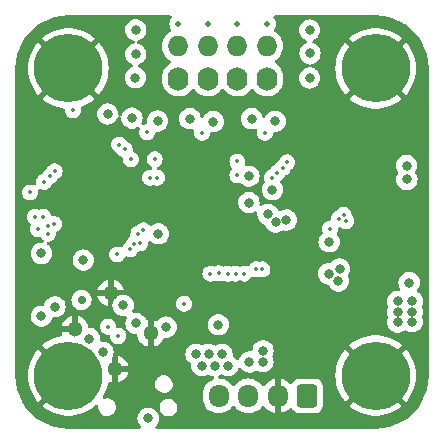
<source format=gbr>
%TF.GenerationSoftware,KiCad,Pcbnew,7.0.8*%
%TF.CreationDate,2023-10-19T21:40:54-04:00*%
%TF.ProjectId,lemon-pepper,6c656d6f-6e2d-4706-9570-7065722e6b69,rev?*%
%TF.SameCoordinates,Original*%
%TF.FileFunction,Copper,L2,Inr*%
%TF.FilePolarity,Positive*%
%FSLAX46Y46*%
G04 Gerber Fmt 4.6, Leading zero omitted, Abs format (unit mm)*
G04 Created by KiCad (PCBNEW 7.0.8) date 2023-10-19 21:40:54*
%MOMM*%
%LPD*%
G01*
G04 APERTURE LIST*
G04 Aperture macros list*
%AMRoundRect*
0 Rectangle with rounded corners*
0 $1 Rounding radius*
0 $2 $3 $4 $5 $6 $7 $8 $9 X,Y pos of 4 corners*
0 Add a 4 corners polygon primitive as box body*
4,1,4,$2,$3,$4,$5,$6,$7,$8,$9,$2,$3,0*
0 Add four circle primitives for the rounded corners*
1,1,$1+$1,$2,$3*
1,1,$1+$1,$4,$5*
1,1,$1+$1,$6,$7*
1,1,$1+$1,$8,$9*
0 Add four rect primitives between the rounded corners*
20,1,$1+$1,$2,$3,$4,$5,0*
20,1,$1+$1,$4,$5,$6,$7,0*
20,1,$1+$1,$6,$7,$8,$9,0*
20,1,$1+$1,$8,$9,$2,$3,0*%
G04 Aperture macros list end*
%TA.AperFunction,ComponentPad*%
%ADD10C,0.700000*%
%TD*%
%TA.AperFunction,ComponentPad*%
%ADD11C,1.300000*%
%TD*%
%TA.AperFunction,HeatsinkPad*%
%ADD12C,0.500000*%
%TD*%
%TA.AperFunction,ComponentPad*%
%ADD13O,1.750000X1.750000*%
%TD*%
%TA.AperFunction,ComponentPad*%
%ADD14O,1.750000X2.000000*%
%TD*%
%TA.AperFunction,ComponentPad*%
%ADD15C,5.800000*%
%TD*%
%TA.AperFunction,ComponentPad*%
%ADD16RoundRect,0.250000X0.600000X0.725000X-0.600000X0.725000X-0.600000X-0.725000X0.600000X-0.725000X0*%
%TD*%
%TA.AperFunction,ComponentPad*%
%ADD17O,1.700000X1.950000*%
%TD*%
%TA.AperFunction,ViaPad*%
%ADD18C,0.800000*%
%TD*%
%TA.AperFunction,ViaPad*%
%ADD19C,0.350000*%
%TD*%
G04 APERTURE END LIST*
D10*
%TO.N,*%
%TO.C,J201*%
X134408634Y-93573979D03*
D11*
%TO.N,GND*%
X136883507Y-93008293D03*
X133842948Y-96048852D03*
X140277620Y-96402406D03*
X137237061Y-99442965D03*
%TD*%
D12*
%TO.N,/current sense/U_OUT*%
%TO.C,M101*%
X142600000Y-70200000D03*
D13*
X142600000Y-72075000D03*
D14*
X142600000Y-74825000D03*
D12*
%TO.N,/current sense/W_OUT*%
X145100000Y-70200000D03*
D13*
X145100000Y-72075000D03*
D14*
X145100000Y-74825000D03*
D12*
%TO.N,/half bridges/OUT1B*%
X147600000Y-70200000D03*
D13*
X147600000Y-72075000D03*
D14*
X147600000Y-74825000D03*
D12*
%TO.N,/current sense/V_OUT*%
X150100000Y-70200000D03*
D13*
X150100000Y-72075000D03*
D14*
X150100000Y-74825000D03*
%TD*%
D15*
%TO.N,GND*%
%TO.C,H101*%
X133300000Y-99975000D03*
X159300000Y-99975000D03*
X133300000Y-73975000D03*
X159300000Y-73975000D03*
%TD*%
D16*
%TO.N,Vmot*%
%TO.C,J101*%
X153525000Y-101700000D03*
D17*
%TO.N,GND*%
X151025000Y-101700000D03*
%TO.N,/mcu/CANL*%
X148525000Y-101700000D03*
%TO.N,/mcu/CANH*%
X146025000Y-101700000D03*
%TD*%
D18*
%TO.N,GND*%
X133075000Y-79525000D03*
D19*
%TO.N,/current sense/W_SENSE*%
X131585560Y-87340488D03*
D18*
%TO.N,GND*%
X153975000Y-84225000D03*
X159950000Y-85100000D03*
X154025000Y-91125000D03*
X161875000Y-87350000D03*
X141550000Y-89050000D03*
X143925000Y-101575000D03*
X130700000Y-80025000D03*
X162125000Y-90250000D03*
X135925000Y-86300000D03*
X161900000Y-86100000D03*
X153975000Y-85250000D03*
X159925000Y-80375000D03*
X137175000Y-85000000D03*
X135925000Y-85025000D03*
X152750000Y-79900000D03*
X135925000Y-83825000D03*
X159950000Y-82800000D03*
X134650000Y-85000000D03*
X154975000Y-84250000D03*
X159950000Y-83950000D03*
X155600000Y-93200000D03*
X147850000Y-92350000D03*
X152925000Y-84175000D03*
X152275000Y-88850500D03*
X146225000Y-93075000D03*
X140904600Y-93350500D03*
X143900000Y-103500000D03*
X154000000Y-83200000D03*
X159950000Y-81600000D03*
%TO.N,Vmot*%
X132150000Y-94150000D03*
X150200000Y-86325000D03*
X139000000Y-70700000D03*
X161925000Y-82200000D03*
X150850000Y-86975000D03*
X153725000Y-74775000D03*
X153750000Y-72700000D03*
X156250000Y-90950000D03*
X155325000Y-91350000D03*
X151750000Y-86800000D03*
X138975000Y-74750000D03*
X139000000Y-72750000D03*
X156150000Y-91975000D03*
X153725000Y-70725000D03*
X161950000Y-83375000D03*
D19*
%TO.N,/mcu/USBD_P*%
X137500000Y-96625000D03*
X136650000Y-95825000D03*
D18*
%TO.N,+3V3*%
X134550500Y-90189528D03*
X162425000Y-93700000D03*
X146800000Y-99125000D03*
X162425000Y-94575000D03*
X140050000Y-103600000D03*
X144600000Y-99125000D03*
X140850000Y-78425000D03*
X161175000Y-93700000D03*
X145675000Y-99125000D03*
X162150000Y-92100000D03*
X136625000Y-77825000D03*
X148575500Y-83099500D03*
X131015734Y-89634266D03*
X162400000Y-95425000D03*
X150800000Y-78450000D03*
X140924500Y-87975000D03*
X145550000Y-78475000D03*
X144100000Y-98175000D03*
X145175000Y-98175000D03*
X161175000Y-94600000D03*
X146000000Y-95675000D03*
X146300000Y-98175000D03*
X161175000Y-95450000D03*
D19*
%TO.N,/mcu/RESET*%
X130050000Y-84475000D03*
X133675000Y-77514376D03*
X143100000Y-93900000D03*
%TO.N,/current sense/U_SENSE*%
X131225000Y-83575000D03*
X139975000Y-79375000D03*
%TO.N,/current sense/V_SENSE*%
X147600000Y-83000000D03*
X137425000Y-89725000D03*
X147600000Y-81850000D03*
X149925000Y-79425000D03*
%TO.N,/current sense/W_SENSE*%
X138575000Y-81650000D03*
X140600000Y-81650000D03*
X144625000Y-79425000D03*
D18*
%TO.N,/usb/USB_5V*%
X136221584Y-97995447D03*
X135074342Y-96842749D03*
X139022580Y-95565784D03*
X141575000Y-95875000D03*
X131000000Y-94950000D03*
X137925000Y-94025000D03*
%TO.N,Net-(D603-K)*%
X155375500Y-88651305D03*
X150575000Y-84225000D03*
D19*
%TO.N,Net-(D601-K)*%
X151805811Y-81930811D03*
X156600000Y-86375000D03*
%TO.N,/half bridges/ENA*%
X155450000Y-87550000D03*
X150525000Y-83225000D03*
X139371900Y-88772810D03*
%TO.N,/encoder/SCK*%
X147450000Y-91350000D03*
X130450000Y-86525000D03*
%TO.N,/encoder/CIPO*%
X131175000Y-86550000D03*
X146050000Y-91325000D03*
%TO.N,/encoder/COPI*%
X146775000Y-91350000D03*
X130725000Y-87575000D03*
%TO.N,/encoder/CS*%
X148150000Y-91350000D03*
X132073766Y-87148766D03*
%TO.N,/encoder/CAL_EN*%
X131600000Y-87950000D03*
X145325000Y-91350000D03*
%TO.N,/mcu/CAN_TX*%
X140175000Y-83225000D03*
X138050000Y-80825000D03*
%TO.N,/mcu/CAN_RX*%
X137600000Y-80425000D03*
X140800000Y-83225000D03*
%TO.N,/half bridges/IN2B*%
X150950000Y-82825000D03*
X131750000Y-83075000D03*
%TO.N,/half bridges/IN1A*%
X156800000Y-86900000D03*
X139215802Y-87973175D03*
%TO.N,/half bridges/IN2A*%
X139650000Y-87678939D03*
X156177038Y-86685172D03*
%TO.N,/half bridges/IN1B*%
X132125000Y-82675000D03*
X151425000Y-82400000D03*
%TO.N,/mcu/DIR*%
X138850000Y-88825000D03*
X149724503Y-90975000D03*
%TO.N,/mcu/STEP*%
X138525000Y-89275000D03*
X149200000Y-90975000D03*
D18*
%TO.N,GNDA*%
X143584500Y-78225000D03*
X148824500Y-78225000D03*
X149775000Y-98800000D03*
X149775000Y-97875000D03*
X138675000Y-78175000D03*
X148575500Y-85324500D03*
X148625000Y-98825000D03*
%TD*%
%TA.AperFunction,Conductor*%
%TO.N,GND*%
G36*
X141977915Y-69495462D02*
G01*
X142032453Y-69550000D01*
X142052415Y-69624500D01*
X142032453Y-69699000D01*
X142014510Y-69722383D01*
X142014741Y-69722567D01*
X142009523Y-69729110D01*
X141919544Y-69872309D01*
X141863686Y-70031943D01*
X141844751Y-70199999D01*
X141844751Y-70200000D01*
X141863686Y-70368056D01*
X141919544Y-70527690D01*
X141999788Y-70655397D01*
X142022522Y-70729098D01*
X142005359Y-70804293D01*
X141952899Y-70860832D01*
X141944542Y-70865711D01*
X141845099Y-70919527D01*
X141665206Y-71059543D01*
X141510821Y-71227250D01*
X141510819Y-71227252D01*
X141510817Y-71227255D01*
X141446730Y-71325347D01*
X141386136Y-71418093D01*
X141294570Y-71626843D01*
X141238609Y-71847828D01*
X141219786Y-72074998D01*
X141219786Y-72075001D01*
X141238609Y-72302171D01*
X141238609Y-72302174D01*
X141238610Y-72302176D01*
X141258754Y-72381721D01*
X141294570Y-72523156D01*
X141386136Y-72731906D01*
X141386138Y-72731909D01*
X141510817Y-72922745D01*
X141644790Y-73068278D01*
X141665206Y-73090456D01*
X141845094Y-73230469D01*
X141894069Y-73256973D01*
X141950089Y-73309988D01*
X141972096Y-73383909D01*
X141954195Y-73458931D01*
X141901275Y-73514893D01*
X141779125Y-73590103D01*
X141603360Y-73744795D01*
X141456267Y-73926966D01*
X141342075Y-74131378D01*
X141342074Y-74131380D01*
X141264070Y-74352153D01*
X141238070Y-74503788D01*
X141224500Y-74582928D01*
X141224500Y-75008428D01*
X141233850Y-75118278D01*
X141239384Y-75183301D01*
X141298382Y-75409887D01*
X141298385Y-75409895D01*
X141394826Y-75623247D01*
X141525939Y-75817236D01*
X141525941Y-75817238D01*
X141525943Y-75817241D01*
X141687956Y-75986283D01*
X141876208Y-76125513D01*
X142085282Y-76230926D01*
X142309163Y-76299489D01*
X142541411Y-76329229D01*
X142775345Y-76319292D01*
X143004234Y-76269962D01*
X143221494Y-76182660D01*
X143420875Y-76059896D01*
X143596641Y-75905203D01*
X143736132Y-75732445D01*
X143798463Y-75687025D01*
X143875157Y-75678853D01*
X143945661Y-75710124D01*
X143975505Y-75742616D01*
X144025939Y-75817236D01*
X144025941Y-75817238D01*
X144025943Y-75817241D01*
X144187956Y-75986283D01*
X144376208Y-76125513D01*
X144585282Y-76230926D01*
X144809163Y-76299489D01*
X145041411Y-76329229D01*
X145275345Y-76319292D01*
X145504234Y-76269962D01*
X145721494Y-76182660D01*
X145920875Y-76059896D01*
X146096641Y-75905203D01*
X146236132Y-75732445D01*
X146298463Y-75687025D01*
X146375157Y-75678853D01*
X146445661Y-75710124D01*
X146475505Y-75742616D01*
X146525939Y-75817236D01*
X146525941Y-75817238D01*
X146525943Y-75817241D01*
X146687956Y-75986283D01*
X146876208Y-76125513D01*
X147085282Y-76230926D01*
X147309163Y-76299489D01*
X147541411Y-76329229D01*
X147775345Y-76319292D01*
X148004234Y-76269962D01*
X148221494Y-76182660D01*
X148420875Y-76059896D01*
X148596641Y-75905203D01*
X148736132Y-75732445D01*
X148798463Y-75687025D01*
X148875157Y-75678853D01*
X148945661Y-75710124D01*
X148975505Y-75742616D01*
X149025939Y-75817236D01*
X149025941Y-75817238D01*
X149025943Y-75817241D01*
X149187956Y-75986283D01*
X149376208Y-76125513D01*
X149585282Y-76230926D01*
X149809163Y-76299489D01*
X150041411Y-76329229D01*
X150275345Y-76319292D01*
X150504234Y-76269962D01*
X150721494Y-76182660D01*
X150920875Y-76059896D01*
X151096641Y-75905203D01*
X151243735Y-75723030D01*
X151357926Y-75518619D01*
X151435929Y-75297849D01*
X151475500Y-75067072D01*
X151475500Y-74775000D01*
X152819540Y-74775000D01*
X152839325Y-74963254D01*
X152839326Y-74963256D01*
X152897821Y-75143284D01*
X152897822Y-75143285D01*
X152992469Y-75307220D01*
X153119127Y-75447886D01*
X153119129Y-75447888D01*
X153272270Y-75559151D01*
X153445197Y-75636144D01*
X153586315Y-75666139D01*
X153630352Y-75675500D01*
X153630354Y-75675500D01*
X153819648Y-75675500D01*
X153859004Y-75667134D01*
X154004803Y-75636144D01*
X154177730Y-75559151D01*
X154330871Y-75447888D01*
X154403195Y-75367563D01*
X154457530Y-75307220D01*
X154457531Y-75307218D01*
X154457533Y-75307216D01*
X154552179Y-75143284D01*
X154610674Y-74963256D01*
X154630460Y-74775000D01*
X154610674Y-74586744D01*
X154552179Y-74406716D01*
X154457533Y-74242784D01*
X154457532Y-74242783D01*
X154457530Y-74242779D01*
X154330872Y-74102113D01*
X154296462Y-74077113D01*
X154177730Y-73990849D01*
X154177729Y-73990848D01*
X154177727Y-73990847D01*
X154142134Y-73975000D01*
X155895006Y-73975000D01*
X155914965Y-74343136D01*
X155914965Y-74343142D01*
X155974613Y-74706974D01*
X155974613Y-74706976D01*
X156073247Y-75062221D01*
X156073249Y-75062226D01*
X156209709Y-75404715D01*
X156209715Y-75404728D01*
X156382404Y-75730456D01*
X156382407Y-75730461D01*
X156589303Y-76035608D01*
X156589312Y-76035620D01*
X156725496Y-76195948D01*
X156725497Y-76195948D01*
X158041350Y-74880094D01*
X158095456Y-74958480D01*
X158268816Y-75138966D01*
X158394865Y-75233686D01*
X157076520Y-76552031D01*
X157095657Y-76570159D01*
X157095658Y-76570160D01*
X157389165Y-76793278D01*
X157705066Y-76983350D01*
X158039684Y-77138160D01*
X158039694Y-77138165D01*
X158389063Y-77255880D01*
X158749131Y-77335137D01*
X159115656Y-77374999D01*
X159115666Y-77375000D01*
X159484334Y-77375000D01*
X159484343Y-77374999D01*
X159850868Y-77335137D01*
X159850869Y-77335137D01*
X160210936Y-77255880D01*
X160560305Y-77138165D01*
X160560315Y-77138160D01*
X160894933Y-76983350D01*
X161210834Y-76793278D01*
X161504352Y-76570151D01*
X161523479Y-76552032D01*
X160206879Y-75235432D01*
X160234180Y-75218168D01*
X160421501Y-75052216D01*
X160560511Y-74881958D01*
X161874501Y-76195948D01*
X162010690Y-76035617D01*
X162010694Y-76035611D01*
X162217592Y-75730461D01*
X162217595Y-75730456D01*
X162390284Y-75404728D01*
X162390290Y-75404715D01*
X162526750Y-75062226D01*
X162526752Y-75062221D01*
X162625386Y-74706976D01*
X162625386Y-74706974D01*
X162685034Y-74343142D01*
X162685034Y-74343136D01*
X162704994Y-73975000D01*
X162704994Y-73974991D01*
X162685034Y-73606863D01*
X162685034Y-73606857D01*
X162625386Y-73243025D01*
X162625386Y-73243023D01*
X162526752Y-72887778D01*
X162526750Y-72887773D01*
X162390290Y-72545284D01*
X162390284Y-72545271D01*
X162217595Y-72219543D01*
X162217592Y-72219538D01*
X162010696Y-71914391D01*
X162010687Y-71914379D01*
X161874502Y-71754050D01*
X161874501Y-71754050D01*
X160558648Y-73069903D01*
X160504544Y-72991520D01*
X160331184Y-72811034D01*
X160205132Y-72716312D01*
X161523479Y-71397966D01*
X161504347Y-71379844D01*
X161210834Y-71156721D01*
X160894933Y-70966649D01*
X160560315Y-70811839D01*
X160560305Y-70811834D01*
X160210936Y-70694119D01*
X159850868Y-70614862D01*
X159484343Y-70575000D01*
X159115656Y-70575000D01*
X158749131Y-70614862D01*
X158749130Y-70614862D01*
X158389063Y-70694119D01*
X158039694Y-70811834D01*
X158039684Y-70811839D01*
X157705066Y-70966649D01*
X157389165Y-71156721D01*
X157095663Y-71379835D01*
X157076520Y-71397967D01*
X158393120Y-72714567D01*
X158365820Y-72731832D01*
X158178499Y-72897784D01*
X158039488Y-73068041D01*
X156725497Y-71754050D01*
X156725496Y-71754050D01*
X156589308Y-71914383D01*
X156589306Y-71914386D01*
X156382402Y-72219547D01*
X156209715Y-72545271D01*
X156209709Y-72545284D01*
X156073249Y-72887773D01*
X156073247Y-72887778D01*
X155974613Y-73243023D01*
X155974613Y-73243025D01*
X155914965Y-73606857D01*
X155914965Y-73606863D01*
X155895006Y-73974991D01*
X155895006Y-73975000D01*
X154142134Y-73975000D01*
X154004806Y-73913857D01*
X154004804Y-73913856D01*
X154004803Y-73913856D01*
X153963776Y-73905135D01*
X153873283Y-73885900D01*
X153804562Y-73850884D01*
X153762555Y-73786198D01*
X153758519Y-73709176D01*
X153793535Y-73640455D01*
X153858221Y-73598448D01*
X153873273Y-73594415D01*
X154029803Y-73561144D01*
X154202730Y-73484151D01*
X154355871Y-73372888D01*
X154472801Y-73243025D01*
X154482530Y-73232220D01*
X154482531Y-73232218D01*
X154482533Y-73232216D01*
X154577179Y-73068284D01*
X154635674Y-72888256D01*
X154655460Y-72700000D01*
X154635674Y-72511744D01*
X154577179Y-72331716D01*
X154482533Y-72167784D01*
X154482532Y-72167783D01*
X154482530Y-72167779D01*
X154355872Y-72027113D01*
X154355871Y-72027112D01*
X154202730Y-71915849D01*
X154202726Y-71915847D01*
X154039228Y-71843052D01*
X153979288Y-71794513D01*
X153951648Y-71722508D01*
X153963714Y-71646330D01*
X154012253Y-71586390D01*
X154039221Y-71570819D01*
X154177730Y-71509151D01*
X154330871Y-71397888D01*
X154434786Y-71282479D01*
X154457530Y-71257220D01*
X154457531Y-71257218D01*
X154457533Y-71257216D01*
X154552179Y-71093284D01*
X154610674Y-70913256D01*
X154630460Y-70725000D01*
X154610674Y-70536744D01*
X154552179Y-70356716D01*
X154457533Y-70192784D01*
X154457532Y-70192783D01*
X154457530Y-70192779D01*
X154330872Y-70052113D01*
X154303110Y-70031943D01*
X154177730Y-69940849D01*
X154177729Y-69940848D01*
X154177727Y-69940847D01*
X154023791Y-69872310D01*
X154004803Y-69863856D01*
X153887191Y-69838857D01*
X153819648Y-69824500D01*
X153819646Y-69824500D01*
X153630354Y-69824500D01*
X153630352Y-69824500D01*
X153550492Y-69841475D01*
X153445197Y-69863856D01*
X153445195Y-69863856D01*
X153445194Y-69863857D01*
X153272272Y-69940847D01*
X153119127Y-70052113D01*
X152992469Y-70192779D01*
X152897822Y-70356714D01*
X152897819Y-70356721D01*
X152839325Y-70536745D01*
X152819540Y-70725000D01*
X152839325Y-70913254D01*
X152873120Y-71017264D01*
X152897821Y-71093284D01*
X152897822Y-71093285D01*
X152992469Y-71257220D01*
X153102874Y-71379835D01*
X153119129Y-71397888D01*
X153272270Y-71509151D01*
X153435771Y-71581947D01*
X153495711Y-71630485D01*
X153523351Y-71702491D01*
X153511285Y-71778669D01*
X153462747Y-71838609D01*
X153435772Y-71854183D01*
X153297271Y-71915848D01*
X153144127Y-72027113D01*
X153017469Y-72167779D01*
X152922822Y-72331714D01*
X152922819Y-72331721D01*
X152864325Y-72511745D01*
X152844540Y-72700000D01*
X152864325Y-72888254D01*
X152897879Y-72991520D01*
X152922821Y-73068284D01*
X152951689Y-73118285D01*
X153017469Y-73232220D01*
X153144127Y-73372886D01*
X153144129Y-73372888D01*
X153297270Y-73484151D01*
X153470197Y-73561144D01*
X153572284Y-73582843D01*
X153601715Y-73589099D01*
X153670437Y-73624115D01*
X153712444Y-73688800D01*
X153716480Y-73765822D01*
X153681464Y-73834544D01*
X153616779Y-73876551D01*
X153601715Y-73880587D01*
X153524198Y-73897063D01*
X153445197Y-73913856D01*
X153445195Y-73913856D01*
X153445194Y-73913857D01*
X153272272Y-73990847D01*
X153119127Y-74102113D01*
X152992469Y-74242779D01*
X152897822Y-74406714D01*
X152897819Y-74406721D01*
X152839325Y-74586745D01*
X152819540Y-74775000D01*
X151475500Y-74775000D01*
X151475500Y-74641572D01*
X151460616Y-74466699D01*
X151401617Y-74240110D01*
X151305172Y-74026750D01*
X151196375Y-73865779D01*
X151174060Y-73832763D01*
X151174058Y-73832761D01*
X151174057Y-73832759D01*
X151012044Y-73663717D01*
X150823792Y-73524487D01*
X150813253Y-73519173D01*
X150755718Y-73467811D01*
X150731572Y-73394560D01*
X150747286Y-73319050D01*
X150798650Y-73261513D01*
X150809418Y-73255086D01*
X150854903Y-73230471D01*
X150920447Y-73179456D01*
X151034794Y-73090456D01*
X151189183Y-72922745D01*
X151313862Y-72731909D01*
X151405430Y-72523155D01*
X151461390Y-72302176D01*
X151480214Y-72075000D01*
X151461390Y-71847824D01*
X151405430Y-71626845D01*
X151313862Y-71418091D01*
X151189183Y-71227255D01*
X151034794Y-71059544D01*
X150854906Y-70919531D01*
X150854905Y-70919530D01*
X150755457Y-70865712D01*
X150699437Y-70812698D01*
X150677430Y-70738776D01*
X150695331Y-70663754D01*
X150700204Y-70655409D01*
X150780456Y-70527690D01*
X150836313Y-70368059D01*
X150855249Y-70200000D01*
X150836313Y-70031941D01*
X150780456Y-69872310D01*
X150690477Y-69729110D01*
X150690472Y-69729105D01*
X150685259Y-69722567D01*
X150686462Y-69721607D01*
X150652662Y-69663064D01*
X150652662Y-69585936D01*
X150691226Y-69519141D01*
X150758021Y-69480577D01*
X150796585Y-69475500D01*
X159299500Y-69475500D01*
X159300000Y-69475500D01*
X159494602Y-69483996D01*
X159694966Y-69493260D01*
X159701221Y-69493815D01*
X159901571Y-69520192D01*
X160095578Y-69547255D01*
X160101345Y-69548295D01*
X160299710Y-69592271D01*
X160489661Y-69636948D01*
X160494977Y-69638408D01*
X160622788Y-69678707D01*
X160689219Y-69699653D01*
X160722180Y-69710700D01*
X160874134Y-69761629D01*
X160878906Y-69763415D01*
X161067446Y-69841511D01*
X161245794Y-69920260D01*
X161250060Y-69922310D01*
X161431369Y-70016693D01*
X161458747Y-70031943D01*
X161601681Y-70111557D01*
X161605458Y-70113810D01*
X161690174Y-70167779D01*
X161778059Y-70223768D01*
X161939014Y-70334024D01*
X161942239Y-70336364D01*
X162104780Y-70461086D01*
X162255012Y-70585837D01*
X162257715Y-70588196D01*
X162379728Y-70700000D01*
X162408911Y-70726741D01*
X162548258Y-70866088D01*
X162686798Y-71017278D01*
X162689175Y-71020002D01*
X162813912Y-71170217D01*
X162938634Y-71332759D01*
X162940984Y-71335998D01*
X163051229Y-71496936D01*
X163059012Y-71509152D01*
X163161188Y-71669540D01*
X163163440Y-71673316D01*
X163258309Y-71843636D01*
X163352688Y-72024938D01*
X163354751Y-72029231D01*
X163433492Y-72207564D01*
X163472680Y-72302171D01*
X163511574Y-72396070D01*
X163513384Y-72400906D01*
X163575346Y-72585780D01*
X163636583Y-72779999D01*
X163638052Y-72785346D01*
X163682737Y-72975331D01*
X163726697Y-73173622D01*
X163727749Y-73179456D01*
X163754816Y-73373495D01*
X163781181Y-73573758D01*
X163781739Y-73580044D01*
X163791009Y-73780535D01*
X163799500Y-73975000D01*
X163799500Y-99975000D01*
X163791009Y-100169464D01*
X163781739Y-100369954D01*
X163781181Y-100376240D01*
X163754816Y-100576504D01*
X163727749Y-100770542D01*
X163726697Y-100776376D01*
X163682728Y-100974707D01*
X163638057Y-101164635D01*
X163636588Y-101169982D01*
X163575325Y-101364287D01*
X163513390Y-101549075D01*
X163511581Y-101553910D01*
X163433475Y-101742477D01*
X163354753Y-101920762D01*
X163352683Y-101925070D01*
X163258304Y-102106373D01*
X163163441Y-102276682D01*
X163161189Y-102280459D01*
X163051225Y-102453069D01*
X162940984Y-102614000D01*
X162938626Y-102617250D01*
X162813905Y-102779791D01*
X162689190Y-102929979D01*
X162686802Y-102932717D01*
X162548236Y-103083935D01*
X162408935Y-103223236D01*
X162257717Y-103361802D01*
X162254979Y-103364190D01*
X162104791Y-103488905D01*
X161942250Y-103613626D01*
X161939000Y-103615984D01*
X161778069Y-103726225D01*
X161605459Y-103836189D01*
X161601682Y-103838441D01*
X161431373Y-103933304D01*
X161250070Y-104027683D01*
X161245762Y-104029753D01*
X161067477Y-104108475D01*
X160878910Y-104186581D01*
X160874075Y-104188390D01*
X160689287Y-104250325D01*
X160494982Y-104311588D01*
X160489635Y-104313057D01*
X160299707Y-104357728D01*
X160101376Y-104401697D01*
X160095542Y-104402749D01*
X159901504Y-104429816D01*
X159701240Y-104456181D01*
X159694954Y-104456739D01*
X159494464Y-104466009D01*
X159300000Y-104474500D01*
X140808999Y-104474500D01*
X140734499Y-104454538D01*
X140679961Y-104400000D01*
X140659999Y-104325500D01*
X140679961Y-104251000D01*
X140698271Y-104225799D01*
X140782530Y-104132220D01*
X140782531Y-104132218D01*
X140782533Y-104132216D01*
X140877179Y-103968284D01*
X140935674Y-103788256D01*
X140955460Y-103600000D01*
X140935674Y-103411744D01*
X140878330Y-103235261D01*
X140875207Y-103175676D01*
X140854040Y-103167267D01*
X140813979Y-103122251D01*
X140805782Y-103108054D01*
X140782533Y-103067784D01*
X140782532Y-103067783D01*
X140782530Y-103067779D01*
X140655872Y-102927113D01*
X140622727Y-102903032D01*
X140502730Y-102815849D01*
X140502729Y-102815848D01*
X140502727Y-102815847D01*
X140329805Y-102738857D01*
X140329803Y-102738856D01*
X140294433Y-102731338D01*
X141012588Y-102731338D01*
X141042863Y-102903034D01*
X141079831Y-102988735D01*
X141090819Y-103063754D01*
X141119738Y-103078489D01*
X141139554Y-103100241D01*
X141216026Y-103202961D01*
X141349578Y-103315025D01*
X141349579Y-103315025D01*
X141349581Y-103315027D01*
X141505380Y-103393272D01*
X141675024Y-103433478D01*
X141675026Y-103433478D01*
X141805634Y-103433478D01*
X141805638Y-103433477D01*
X141935359Y-103418315D01*
X142099188Y-103358686D01*
X142244849Y-103262883D01*
X142364491Y-103136071D01*
X142451662Y-102985085D01*
X142501664Y-102818066D01*
X142511802Y-102644018D01*
X142481527Y-102472324D01*
X142474386Y-102455768D01*
X142412473Y-102312237D01*
X142308363Y-102172394D01*
X142174811Y-102060330D01*
X142019013Y-101982085D01*
X142019011Y-101982084D01*
X142019010Y-101982084D01*
X141849366Y-101941878D01*
X141718759Y-101941878D01*
X141718750Y-101941878D01*
X141589035Y-101957040D01*
X141589031Y-101957040D01*
X141425206Y-102016668D01*
X141425204Y-102016669D01*
X141425202Y-102016670D01*
X141325255Y-102082406D01*
X141279536Y-102112476D01*
X141159904Y-102239278D01*
X141159896Y-102239289D01*
X141072728Y-102390269D01*
X141072727Y-102390271D01*
X141047359Y-102475009D01*
X141024301Y-102552031D01*
X141022726Y-102557291D01*
X141012588Y-102731332D01*
X141012588Y-102731338D01*
X140294433Y-102731338D01*
X140223360Y-102716231D01*
X140144648Y-102699500D01*
X140144646Y-102699500D01*
X139955354Y-102699500D01*
X139955352Y-102699500D01*
X139871418Y-102717341D01*
X139770197Y-102738856D01*
X139770195Y-102738856D01*
X139770194Y-102738857D01*
X139597272Y-102815847D01*
X139444127Y-102927113D01*
X139317469Y-103067779D01*
X139222822Y-103231714D01*
X139222819Y-103231721D01*
X139164325Y-103411745D01*
X139144540Y-103600000D01*
X139164325Y-103788254D01*
X139211455Y-103933304D01*
X139222821Y-103968284D01*
X139257115Y-104027683D01*
X139317469Y-104132220D01*
X139401729Y-104225799D01*
X139436745Y-104294521D01*
X139432709Y-104371543D01*
X139390702Y-104436228D01*
X139321980Y-104471244D01*
X139291001Y-104474500D01*
X133300000Y-104474500D01*
X133105535Y-104466009D01*
X132905044Y-104456739D01*
X132898758Y-104456181D01*
X132698495Y-104429816D01*
X132504456Y-104402749D01*
X132498621Y-104401697D01*
X132300292Y-104357728D01*
X132110363Y-104313057D01*
X132105016Y-104311588D01*
X131910712Y-104250325D01*
X131789471Y-104209690D01*
X131725915Y-104188388D01*
X131721088Y-104186581D01*
X131532522Y-104108475D01*
X131354237Y-104029754D01*
X131349928Y-104027683D01*
X131168627Y-103933304D01*
X130998316Y-103838441D01*
X130994539Y-103836189D01*
X130821930Y-103726225D01*
X130660998Y-103615984D01*
X130657748Y-103613626D01*
X130495208Y-103488905D01*
X130345019Y-103364190D01*
X130342281Y-103361801D01*
X130191064Y-103223236D01*
X130051763Y-103083935D01*
X130036959Y-103067779D01*
X129913192Y-102932712D01*
X129910808Y-102929979D01*
X129786094Y-102779791D01*
X129661372Y-102617250D01*
X129659014Y-102614000D01*
X129628982Y-102570159D01*
X129548774Y-102453069D01*
X129508766Y-102390269D01*
X129438802Y-102280447D01*
X129436556Y-102276681D01*
X129391588Y-102195948D01*
X129341696Y-102106373D01*
X129247314Y-101925068D01*
X129245255Y-101920784D01*
X129166524Y-101742477D01*
X129088409Y-101553890D01*
X129086619Y-101549107D01*
X129024674Y-101364287D01*
X128963408Y-101169976D01*
X128961947Y-101164660D01*
X128917271Y-100974707D01*
X128902564Y-100908368D01*
X128873295Y-100776345D01*
X128872255Y-100770578D01*
X128845183Y-100576504D01*
X128818815Y-100376221D01*
X128818260Y-100369966D01*
X128808996Y-100169602D01*
X128800500Y-99975000D01*
X129895006Y-99975000D01*
X129914965Y-100343136D01*
X129914965Y-100343142D01*
X129974613Y-100706974D01*
X129974613Y-100706976D01*
X130073247Y-101062221D01*
X130073249Y-101062226D01*
X130209709Y-101404715D01*
X130209715Y-101404728D01*
X130382404Y-101730456D01*
X130382407Y-101730461D01*
X130589303Y-102035608D01*
X130589312Y-102035620D01*
X130725496Y-102195948D01*
X130725497Y-102195948D01*
X132041350Y-100880094D01*
X132095456Y-100958480D01*
X132268816Y-101138966D01*
X132394865Y-101233685D01*
X131076520Y-102552031D01*
X131095657Y-102570159D01*
X131095658Y-102570160D01*
X131389165Y-102793278D01*
X131705066Y-102983350D01*
X132039684Y-103138160D01*
X132039694Y-103138165D01*
X132389063Y-103255880D01*
X132749131Y-103335137D01*
X133115656Y-103374999D01*
X133115666Y-103375000D01*
X133484334Y-103375000D01*
X133484343Y-103374999D01*
X133850868Y-103335137D01*
X133850869Y-103335137D01*
X134210936Y-103255880D01*
X134560305Y-103138165D01*
X134560315Y-103138160D01*
X134894933Y-102983350D01*
X135210834Y-102793278D01*
X135504346Y-102570155D01*
X135586317Y-102492509D01*
X135654132Y-102455768D01*
X135731232Y-102457856D01*
X135796958Y-102498214D01*
X135833699Y-102566029D01*
X135837533Y-102609346D01*
X135832060Y-102703308D01*
X135832060Y-102703315D01*
X135862335Y-102875011D01*
X135931388Y-103035095D01*
X136035498Y-103174938D01*
X136169050Y-103287002D01*
X136169051Y-103287002D01*
X136169053Y-103287004D01*
X136324852Y-103365249D01*
X136494496Y-103405455D01*
X136494498Y-103405455D01*
X136625106Y-103405455D01*
X136625110Y-103405454D01*
X136754831Y-103390292D01*
X136918660Y-103330663D01*
X137064321Y-103234860D01*
X137094417Y-103202961D01*
X137138131Y-103156627D01*
X137183963Y-103108048D01*
X137271134Y-102957062D01*
X137321136Y-102790043D01*
X137331274Y-102615995D01*
X137300999Y-102444301D01*
X137279915Y-102395421D01*
X137231945Y-102284214D01*
X137127835Y-102144371D01*
X136994283Y-102032307D01*
X136838485Y-101954062D01*
X136838483Y-101954061D01*
X136838482Y-101954061D01*
X136668838Y-101913855D01*
X136538231Y-101913855D01*
X136538222Y-101913855D01*
X136408507Y-101929017D01*
X136408502Y-101929018D01*
X136405596Y-101930076D01*
X136403129Y-101930291D01*
X136400061Y-101931019D01*
X136399954Y-101930569D01*
X136328762Y-101936795D01*
X136258861Y-101904197D01*
X136214624Y-101841016D01*
X136207905Y-101764182D01*
X136222997Y-101720267D01*
X136390284Y-101404728D01*
X136390290Y-101404715D01*
X136526750Y-101062226D01*
X136526752Y-101062221D01*
X136617141Y-100736672D01*
X140624864Y-100736672D01*
X140655139Y-100908368D01*
X140724192Y-101068452D01*
X140828302Y-101208295D01*
X140961854Y-101320359D01*
X140961855Y-101320359D01*
X140961857Y-101320361D01*
X141117656Y-101398606D01*
X141287300Y-101438812D01*
X141287302Y-101438812D01*
X141417910Y-101438812D01*
X141417914Y-101438811D01*
X141547635Y-101423649D01*
X141711464Y-101364020D01*
X141857125Y-101268217D01*
X141897899Y-101225000D01*
X141976761Y-101141411D01*
X141976767Y-101141405D01*
X142063938Y-100990419D01*
X142113940Y-100823400D01*
X142124078Y-100649352D01*
X142093803Y-100477658D01*
X142093440Y-100476815D01*
X142024749Y-100317571D01*
X141920639Y-100177728D01*
X141787087Y-100065664D01*
X141631289Y-99987419D01*
X141631287Y-99987418D01*
X141631286Y-99987418D01*
X141461642Y-99947212D01*
X141331035Y-99947212D01*
X141331026Y-99947212D01*
X141201311Y-99962374D01*
X141201307Y-99962374D01*
X141037482Y-100022002D01*
X141037480Y-100022003D01*
X141037478Y-100022004D01*
X140948755Y-100080358D01*
X140891812Y-100117810D01*
X140772180Y-100244612D01*
X140772172Y-100244623D01*
X140685004Y-100395603D01*
X140685003Y-100395605D01*
X140660692Y-100476813D01*
X140635002Y-100562624D01*
X140634194Y-100576504D01*
X140624864Y-100736666D01*
X140624864Y-100736672D01*
X136617141Y-100736672D01*
X136625386Y-100706976D01*
X136625387Y-100706971D01*
X136636955Y-100636411D01*
X136668707Y-100566122D01*
X136731349Y-100521125D01*
X136808097Y-100513479D01*
X136837817Y-100521578D01*
X136920994Y-100553801D01*
X136921012Y-100553806D01*
X136987060Y-100566151D01*
X136987061Y-100566151D01*
X136987061Y-99817168D01*
X137039603Y-99852991D01*
X137169233Y-99892977D01*
X137270784Y-99892977D01*
X137371203Y-99877841D01*
X137487061Y-99822046D01*
X137487061Y-100566151D01*
X137553109Y-100553806D01*
X137553127Y-100553801D01*
X137751851Y-100476815D01*
X137751854Y-100476813D01*
X137933061Y-100364615D01*
X138090562Y-100221033D01*
X138218996Y-100050961D01*
X138313999Y-99860168D01*
X138361573Y-99692965D01*
X137612353Y-99692965D01*
X137660697Y-99609230D01*
X137690883Y-99476974D01*
X137680746Y-99341697D01*
X137631185Y-99215418D01*
X137613279Y-99192965D01*
X138361573Y-99192965D01*
X138313999Y-99025761D01*
X138218996Y-98834968D01*
X138090562Y-98664896D01*
X137933061Y-98521314D01*
X137751854Y-98409116D01*
X137751851Y-98409114D01*
X137553126Y-98332128D01*
X137487061Y-98319777D01*
X137487061Y-99068761D01*
X137434519Y-99032939D01*
X137304889Y-98992953D01*
X137203338Y-98992953D01*
X137102919Y-99008089D01*
X136987061Y-99063883D01*
X136987061Y-98510526D01*
X137007022Y-98436027D01*
X137048763Y-98363731D01*
X137107258Y-98183703D01*
X137108173Y-98175000D01*
X143194540Y-98175000D01*
X143214325Y-98363254D01*
X143258752Y-98499985D01*
X143272821Y-98543284D01*
X143273976Y-98545284D01*
X143367469Y-98707220D01*
X143494127Y-98847886D01*
X143494129Y-98847888D01*
X143637786Y-98952260D01*
X143686323Y-99012199D01*
X143698389Y-99088376D01*
X143694540Y-99124999D01*
X143714325Y-99313254D01*
X143772819Y-99493278D01*
X143772821Y-99493284D01*
X143808956Y-99555871D01*
X143867469Y-99657220D01*
X143994127Y-99797886D01*
X143994129Y-99797888D01*
X144147270Y-99909151D01*
X144147271Y-99909151D01*
X144147272Y-99909152D01*
X144171748Y-99920049D01*
X144320197Y-99986144D01*
X144461315Y-100016139D01*
X144505352Y-100025500D01*
X144505354Y-100025500D01*
X144694648Y-100025500D01*
X144736894Y-100016520D01*
X144879803Y-99986144D01*
X145052730Y-99909151D01*
X145052730Y-99909150D01*
X145052732Y-99909150D01*
X145059491Y-99905248D01*
X145060564Y-99907106D01*
X145121925Y-99883552D01*
X145198103Y-99895618D01*
X145215327Y-99905562D01*
X145215509Y-99905248D01*
X145222267Y-99909150D01*
X145280319Y-99934996D01*
X145395197Y-99986144D01*
X145538109Y-100016520D01*
X145606829Y-100051535D01*
X145648836Y-100116220D01*
X145652873Y-100193243D01*
X145617858Y-100261964D01*
X145566443Y-100296653D01*
X145567234Y-100298348D01*
X145561341Y-100301095D01*
X145561337Y-100301097D01*
X145347171Y-100400965D01*
X145347168Y-100400966D01*
X145347168Y-100400967D01*
X145153596Y-100536507D01*
X144986507Y-100703596D01*
X144862035Y-100881362D01*
X144850965Y-100897171D01*
X144773998Y-101062226D01*
X144751096Y-101111340D01*
X144689937Y-101339590D01*
X144689937Y-101339592D01*
X144674500Y-101516034D01*
X144674500Y-101883966D01*
X144683659Y-101988647D01*
X144689937Y-102060409D01*
X144712435Y-102144372D01*
X144751097Y-102288663D01*
X144850965Y-102502829D01*
X144986505Y-102696401D01*
X145153599Y-102863495D01*
X145347170Y-102999035D01*
X145561337Y-103098903D01*
X145789592Y-103160063D01*
X146025000Y-103180659D01*
X146260408Y-103160063D01*
X146488663Y-103098903D01*
X146702829Y-102999035D01*
X146896401Y-102863495D01*
X147063495Y-102696401D01*
X147152948Y-102568648D01*
X147212029Y-102519073D01*
X147287986Y-102505680D01*
X147360463Y-102532059D01*
X147397051Y-102568647D01*
X147486505Y-102696401D01*
X147653599Y-102863495D01*
X147847170Y-102999035D01*
X148061337Y-103098903D01*
X148289592Y-103160063D01*
X148525000Y-103180659D01*
X148760408Y-103160063D01*
X148988663Y-103098903D01*
X149202829Y-102999035D01*
X149396401Y-102863495D01*
X149563495Y-102696401D01*
X149653252Y-102568214D01*
X149712334Y-102518637D01*
X149788291Y-102505244D01*
X149860767Y-102531623D01*
X149897359Y-102568214D01*
X149986891Y-102696079D01*
X150153923Y-102863111D01*
X150347411Y-102998593D01*
X150347420Y-102998599D01*
X150561508Y-103098430D01*
X150561513Y-103098432D01*
X150775000Y-103155634D01*
X150775000Y-102108018D01*
X150889801Y-102160446D01*
X150991025Y-102175000D01*
X151058975Y-102175000D01*
X151160199Y-102160446D01*
X151275000Y-102108018D01*
X151275000Y-103155633D01*
X151488486Y-103098432D01*
X151702580Y-102998597D01*
X151896079Y-102863108D01*
X152020974Y-102738213D01*
X152087768Y-102699649D01*
X152164896Y-102699649D01*
X152231692Y-102738213D01*
X152253146Y-102765347D01*
X152332288Y-102893656D01*
X152456344Y-103017712D01*
X152605666Y-103109814D01*
X152772203Y-103164999D01*
X152874991Y-103175500D01*
X154175008Y-103175499D01*
X154277797Y-103164999D01*
X154444334Y-103109814D01*
X154593656Y-103017712D01*
X154717712Y-102893656D01*
X154809814Y-102744334D01*
X154864999Y-102577797D01*
X154875500Y-102475009D01*
X154875499Y-100924992D01*
X154864999Y-100822203D01*
X154809814Y-100655666D01*
X154717712Y-100506344D01*
X154593656Y-100382288D01*
X154444334Y-100290186D01*
X154359166Y-100261964D01*
X154277798Y-100235001D01*
X154260665Y-100233250D01*
X154175009Y-100224500D01*
X154175004Y-100224500D01*
X152874996Y-100224500D01*
X152772202Y-100235001D01*
X152605666Y-100290186D01*
X152456343Y-100382288D01*
X152332288Y-100506343D01*
X152253150Y-100634648D01*
X152197049Y-100687577D01*
X152122000Y-100705364D01*
X152048112Y-100683244D01*
X152020974Y-100661786D01*
X151896076Y-100536888D01*
X151702588Y-100401406D01*
X151702579Y-100401400D01*
X151488491Y-100301569D01*
X151488489Y-100301568D01*
X151275000Y-100244364D01*
X151275000Y-101291981D01*
X151160199Y-101239554D01*
X151058975Y-101225000D01*
X150991025Y-101225000D01*
X150889801Y-101239554D01*
X150775000Y-101291981D01*
X150775000Y-100244364D01*
X150774999Y-100244364D01*
X150561512Y-100301568D01*
X150347419Y-100401402D01*
X150153920Y-100536891D01*
X149986888Y-100703923D01*
X149897358Y-100831785D01*
X149838274Y-100881362D01*
X149762318Y-100894755D01*
X149689842Y-100868375D01*
X149653251Y-100831785D01*
X149647380Y-100823400D01*
X149563495Y-100703599D01*
X149396401Y-100536505D01*
X149202830Y-100400965D01*
X148988663Y-100301097D01*
X148988661Y-100301096D01*
X148760409Y-100239937D01*
X148525000Y-100219341D01*
X148289590Y-100239937D01*
X148061340Y-100301096D01*
X148061339Y-100301096D01*
X148061337Y-100301097D01*
X147847171Y-100400965D01*
X147847168Y-100400966D01*
X147847168Y-100400967D01*
X147653596Y-100536507D01*
X147486506Y-100703597D01*
X147397054Y-100831349D01*
X147337970Y-100880926D01*
X147262014Y-100894319D01*
X147189537Y-100867940D01*
X147152946Y-100831349D01*
X147114454Y-100776377D01*
X147063495Y-100703599D01*
X146896401Y-100536505D01*
X146702830Y-100400965D01*
X146488663Y-100301097D01*
X146488661Y-100301096D01*
X146260409Y-100239937D01*
X146102527Y-100226123D01*
X146030050Y-100199743D01*
X145980474Y-100140659D01*
X145967081Y-100064703D01*
X145993461Y-99992226D01*
X146052545Y-99942650D01*
X146054771Y-99941634D01*
X146127730Y-99909151D01*
X146149920Y-99893028D01*
X146221924Y-99865388D01*
X146298102Y-99877453D01*
X146325076Y-99893026D01*
X146347270Y-99909151D01*
X146347271Y-99909151D01*
X146347272Y-99909152D01*
X146371748Y-99920049D01*
X146520197Y-99986144D01*
X146661315Y-100016139D01*
X146705352Y-100025500D01*
X146705354Y-100025500D01*
X146894648Y-100025500D01*
X146936894Y-100016520D01*
X147079803Y-99986144D01*
X147104833Y-99975000D01*
X155895006Y-99975000D01*
X155914965Y-100343136D01*
X155914965Y-100343142D01*
X155974613Y-100706974D01*
X155974613Y-100706976D01*
X156073247Y-101062221D01*
X156073249Y-101062226D01*
X156209709Y-101404715D01*
X156209715Y-101404728D01*
X156382404Y-101730456D01*
X156382407Y-101730461D01*
X156589303Y-102035608D01*
X156589312Y-102035620D01*
X156725496Y-102195948D01*
X156725497Y-102195948D01*
X158041350Y-100880094D01*
X158095456Y-100958480D01*
X158268816Y-101138966D01*
X158394865Y-101233686D01*
X157076520Y-102552031D01*
X157095657Y-102570159D01*
X157095658Y-102570160D01*
X157389165Y-102793278D01*
X157705066Y-102983350D01*
X158039684Y-103138160D01*
X158039694Y-103138165D01*
X158389063Y-103255880D01*
X158749131Y-103335137D01*
X159115656Y-103374999D01*
X159115666Y-103375000D01*
X159484334Y-103375000D01*
X159484343Y-103374999D01*
X159850868Y-103335137D01*
X159850869Y-103335137D01*
X160210936Y-103255880D01*
X160560305Y-103138165D01*
X160560315Y-103138160D01*
X160894933Y-102983350D01*
X161210834Y-102793278D01*
X161504352Y-102570151D01*
X161523479Y-102552032D01*
X160206879Y-101235432D01*
X160234180Y-101218168D01*
X160421501Y-101052216D01*
X160560511Y-100881958D01*
X161874501Y-102195948D01*
X162010690Y-102035617D01*
X162010694Y-102035611D01*
X162217592Y-101730461D01*
X162217595Y-101730456D01*
X162390284Y-101404728D01*
X162390290Y-101404715D01*
X162526750Y-101062226D01*
X162526752Y-101062221D01*
X162625386Y-100706976D01*
X162625386Y-100706974D01*
X162685034Y-100343142D01*
X162685034Y-100343136D01*
X162704994Y-99975000D01*
X162704994Y-99974991D01*
X162685034Y-99606863D01*
X162685034Y-99606857D01*
X162625386Y-99243025D01*
X162625386Y-99243023D01*
X162526752Y-98887778D01*
X162526750Y-98887773D01*
X162390290Y-98545284D01*
X162390284Y-98545271D01*
X162217595Y-98219543D01*
X162217592Y-98219538D01*
X162010696Y-97914391D01*
X162010687Y-97914379D01*
X161874502Y-97754050D01*
X161874501Y-97754050D01*
X160558648Y-99069903D01*
X160504544Y-98991520D01*
X160331184Y-98811034D01*
X160205132Y-98716312D01*
X161523479Y-97397966D01*
X161504347Y-97379844D01*
X161210834Y-97156721D01*
X160894933Y-96966649D01*
X160560315Y-96811839D01*
X160560305Y-96811834D01*
X160210936Y-96694119D01*
X159850868Y-96614862D01*
X159484343Y-96575000D01*
X159115656Y-96575000D01*
X158749131Y-96614862D01*
X158749130Y-96614862D01*
X158389063Y-96694119D01*
X158039694Y-96811834D01*
X158039684Y-96811839D01*
X157705066Y-96966649D01*
X157389165Y-97156721D01*
X157095663Y-97379835D01*
X157076520Y-97397967D01*
X158393120Y-98714567D01*
X158365820Y-98731832D01*
X158178499Y-98897784D01*
X158039488Y-99068041D01*
X156725497Y-97754050D01*
X156725496Y-97754050D01*
X156589308Y-97914383D01*
X156589306Y-97914386D01*
X156382402Y-98219547D01*
X156209715Y-98545271D01*
X156209709Y-98545284D01*
X156073249Y-98887773D01*
X156073247Y-98887778D01*
X155974613Y-99243023D01*
X155974613Y-99243025D01*
X155914965Y-99606857D01*
X155914965Y-99606863D01*
X155895006Y-99974991D01*
X155895006Y-99975000D01*
X147104833Y-99975000D01*
X147252730Y-99909151D01*
X147405871Y-99797888D01*
X147493560Y-99700500D01*
X147532530Y-99657220D01*
X147532531Y-99657218D01*
X147532533Y-99657216D01*
X147627179Y-99493284D01*
X147650264Y-99422233D01*
X147692269Y-99357553D01*
X147760990Y-99322537D01*
X147838013Y-99326573D01*
X147902698Y-99368580D01*
X148014984Y-99493285D01*
X148019129Y-99497888D01*
X148172270Y-99609151D01*
X148345197Y-99686144D01*
X148486315Y-99716139D01*
X148530352Y-99725500D01*
X148530354Y-99725500D01*
X148719648Y-99725500D01*
X148759004Y-99717134D01*
X148904803Y-99686144D01*
X149077730Y-99609151D01*
X149129625Y-99571446D01*
X149201627Y-99543806D01*
X149277806Y-99555871D01*
X149304781Y-99571444D01*
X149322270Y-99584151D01*
X149495197Y-99661144D01*
X149636315Y-99691139D01*
X149680352Y-99700500D01*
X149680354Y-99700500D01*
X149869648Y-99700500D01*
X149909004Y-99692134D01*
X150054803Y-99661144D01*
X150227730Y-99584151D01*
X150380871Y-99472888D01*
X150474791Y-99368580D01*
X150507530Y-99332220D01*
X150507531Y-99332218D01*
X150507533Y-99332216D01*
X150602179Y-99168284D01*
X150660674Y-98988256D01*
X150680460Y-98800000D01*
X150660674Y-98611744D01*
X150602179Y-98431716D01*
X150590796Y-98412001D01*
X150570833Y-98337504D01*
X150590792Y-98263006D01*
X150602179Y-98243284D01*
X150660674Y-98063256D01*
X150680460Y-97875000D01*
X150660674Y-97686744D01*
X150602179Y-97506716D01*
X150507533Y-97342784D01*
X150507532Y-97342783D01*
X150507530Y-97342779D01*
X150380872Y-97202113D01*
X150357326Y-97185006D01*
X150227730Y-97090849D01*
X150227729Y-97090848D01*
X150227727Y-97090847D01*
X150054805Y-97013857D01*
X150054803Y-97013856D01*
X149948360Y-96991231D01*
X149869648Y-96974500D01*
X149869646Y-96974500D01*
X149680354Y-96974500D01*
X149680352Y-96974500D01*
X149580392Y-96995747D01*
X149495197Y-97013856D01*
X149495195Y-97013856D01*
X149495194Y-97013857D01*
X149322272Y-97090847D01*
X149169127Y-97202113D01*
X149042469Y-97342779D01*
X148947822Y-97506714D01*
X148947819Y-97506721D01*
X148889325Y-97686745D01*
X148878330Y-97791358D01*
X148850689Y-97863363D01*
X148790749Y-97911901D01*
X148727455Y-97921935D01*
X148727455Y-97924500D01*
X148530352Y-97924500D01*
X148430392Y-97945747D01*
X148345197Y-97963856D01*
X148345195Y-97963856D01*
X148345194Y-97963857D01*
X148172272Y-98040847D01*
X148019127Y-98152113D01*
X147892469Y-98292779D01*
X147797822Y-98456714D01*
X147797820Y-98456719D01*
X147774736Y-98527763D01*
X147732728Y-98592448D01*
X147664006Y-98627462D01*
X147586984Y-98623425D01*
X147522301Y-98581419D01*
X147405872Y-98452113D01*
X147405871Y-98452112D01*
X147262213Y-98347738D01*
X147213676Y-98287800D01*
X147201610Y-98211625D01*
X147205460Y-98175000D01*
X147185674Y-97986744D01*
X147127179Y-97806716D01*
X147032533Y-97642784D01*
X147032532Y-97642783D01*
X147032530Y-97642779D01*
X146905872Y-97502113D01*
X146862499Y-97470601D01*
X146752730Y-97390849D01*
X146752729Y-97390848D01*
X146752727Y-97390847D01*
X146591529Y-97319077D01*
X146579803Y-97313856D01*
X146473360Y-97291231D01*
X146394648Y-97274500D01*
X146394646Y-97274500D01*
X146205354Y-97274500D01*
X146205352Y-97274500D01*
X146105392Y-97295747D01*
X146020197Y-97313856D01*
X146020195Y-97313856D01*
X146020194Y-97313857D01*
X145847269Y-97390849D01*
X145825079Y-97406971D01*
X145753074Y-97434611D01*
X145676895Y-97422545D01*
X145649921Y-97406971D01*
X145627730Y-97390849D01*
X145540241Y-97351896D01*
X145454803Y-97313856D01*
X145348360Y-97291231D01*
X145269648Y-97274500D01*
X145269646Y-97274500D01*
X145080354Y-97274500D01*
X145080352Y-97274500D01*
X144980392Y-97295747D01*
X144895197Y-97313856D01*
X144895195Y-97313856D01*
X144895194Y-97313857D01*
X144722267Y-97390849D01*
X144715507Y-97394753D01*
X144714435Y-97392896D01*
X144653055Y-97416449D01*
X144576878Y-97404373D01*
X144559673Y-97394440D01*
X144559493Y-97394753D01*
X144552732Y-97390849D01*
X144379805Y-97313857D01*
X144379803Y-97313856D01*
X144273360Y-97291231D01*
X144194648Y-97274500D01*
X144194646Y-97274500D01*
X144005354Y-97274500D01*
X144005352Y-97274500D01*
X143905392Y-97295747D01*
X143820197Y-97313856D01*
X143820195Y-97313856D01*
X143820194Y-97313857D01*
X143647272Y-97390847D01*
X143494127Y-97502113D01*
X143367469Y-97642779D01*
X143272822Y-97806714D01*
X143272819Y-97806721D01*
X143214325Y-97986745D01*
X143194540Y-98175000D01*
X137108173Y-98175000D01*
X137127044Y-97995447D01*
X137107258Y-97807191D01*
X137048763Y-97627163D01*
X136954117Y-97463231D01*
X136954116Y-97463230D01*
X136954114Y-97463226D01*
X136853871Y-97351896D01*
X136837148Y-97319077D01*
X136834203Y-97318899D01*
X136793805Y-97298111D01*
X136674314Y-97211296D01*
X136674313Y-97211295D01*
X136674311Y-97211294D01*
X136501389Y-97134304D01*
X136501387Y-97134303D01*
X136388861Y-97110385D01*
X136316232Y-97094947D01*
X136316230Y-97094947D01*
X136126938Y-97094947D01*
X136119129Y-97094947D01*
X136119129Y-97091791D01*
X136057971Y-97082014D01*
X135998102Y-97033389D01*
X135970566Y-96961344D01*
X135970587Y-96930416D01*
X135979802Y-96842749D01*
X135960016Y-96654493D01*
X135901521Y-96474465D01*
X135827523Y-96346296D01*
X135820759Y-96321055D01*
X135802406Y-96305569D01*
X135680214Y-96169862D01*
X135667577Y-96160681D01*
X135527072Y-96058598D01*
X135527071Y-96058597D01*
X135527069Y-96058596D01*
X135370211Y-95988758D01*
X135354145Y-95981605D01*
X135239403Y-95957216D01*
X135168990Y-95942249D01*
X135168988Y-95942249D01*
X135120779Y-95942249D01*
X135046279Y-95922287D01*
X134991741Y-95867749D01*
X134977467Y-95834025D01*
X134974899Y-95825000D01*
X135969539Y-95825000D01*
X135989312Y-95987847D01*
X136050678Y-96149653D01*
X136048214Y-96150587D01*
X136050486Y-96160681D01*
X136079185Y-96187157D01*
X136140668Y-96276229D01*
X136263454Y-96385008D01*
X136408705Y-96461242D01*
X136567979Y-96500500D01*
X136567980Y-96500500D01*
X136672419Y-96500500D01*
X136746919Y-96520462D01*
X136801457Y-96575000D01*
X136820332Y-96631538D01*
X136839312Y-96787845D01*
X136897482Y-96941226D01*
X136945230Y-97010401D01*
X136990664Y-97076224D01*
X136990668Y-97076229D01*
X136990670Y-97076231D01*
X136992909Y-97078758D01*
X136994206Y-97081355D01*
X136995788Y-97083647D01*
X136995462Y-97083871D01*
X137008705Y-97110385D01*
X137010642Y-97110487D01*
X137063401Y-97140665D01*
X137113454Y-97185008D01*
X137258705Y-97261242D01*
X137417979Y-97300500D01*
X137417980Y-97300500D01*
X137582020Y-97300500D01*
X137582021Y-97300500D01*
X137741295Y-97261242D01*
X137886546Y-97185008D01*
X138009332Y-97076229D01*
X138102518Y-96941226D01*
X138160688Y-96787845D01*
X138180461Y-96625000D01*
X138160688Y-96462155D01*
X138109851Y-96328111D01*
X138102098Y-96251378D01*
X138133752Y-96181044D01*
X138138473Y-96177642D01*
X138086059Y-96191686D01*
X138011559Y-96171723D01*
X137987258Y-96154215D01*
X137951895Y-96122886D01*
X137886551Y-96064995D01*
X137886548Y-96064993D01*
X137741295Y-95988758D01*
X137737591Y-95987845D01*
X137582021Y-95949500D01*
X137477581Y-95949500D01*
X137403081Y-95929538D01*
X137348543Y-95875000D01*
X137329667Y-95818461D01*
X137329645Y-95818278D01*
X137310688Y-95662155D01*
X137252518Y-95508774D01*
X137159332Y-95373771D01*
X137036546Y-95264992D01*
X136891295Y-95188758D01*
X136732021Y-95149500D01*
X136567979Y-95149500D01*
X136488342Y-95169129D01*
X136408704Y-95188758D01*
X136332470Y-95228769D01*
X136263454Y-95264992D01*
X136140668Y-95373771D01*
X136140667Y-95373772D01*
X136140664Y-95373775D01*
X136047483Y-95508772D01*
X136047480Y-95508778D01*
X135989312Y-95662152D01*
X135969539Y-95825000D01*
X134974899Y-95825000D01*
X134919885Y-95631647D01*
X134824883Y-95440855D01*
X134696449Y-95270783D01*
X134538948Y-95127201D01*
X134357741Y-95015003D01*
X134357738Y-95015001D01*
X134159013Y-94938015D01*
X134092948Y-94925664D01*
X134092948Y-95674648D01*
X134040406Y-95638826D01*
X133910776Y-95598840D01*
X133809225Y-95598840D01*
X133708806Y-95613976D01*
X133592948Y-95669770D01*
X133592948Y-94925665D01*
X133592947Y-94925664D01*
X133526882Y-94938015D01*
X133328157Y-95015001D01*
X133328154Y-95015003D01*
X133146947Y-95127201D01*
X132989446Y-95270783D01*
X132861012Y-95440855D01*
X132766009Y-95631648D01*
X132718435Y-95798852D01*
X133467656Y-95798852D01*
X133419312Y-95882587D01*
X133389126Y-96014843D01*
X133399263Y-96150120D01*
X133448824Y-96276399D01*
X133466730Y-96298852D01*
X132718436Y-96298852D01*
X132761536Y-96450334D01*
X132762724Y-96527453D01*
X132725193Y-96594834D01*
X132659000Y-96634422D01*
X132650255Y-96636626D01*
X132389075Y-96694115D01*
X132389064Y-96694118D01*
X132039694Y-96811834D01*
X132039684Y-96811839D01*
X131705066Y-96966649D01*
X131389165Y-97156721D01*
X131095663Y-97379835D01*
X131076520Y-97397967D01*
X132393120Y-98714567D01*
X132365820Y-98731832D01*
X132178499Y-98897784D01*
X132039488Y-99068041D01*
X130725497Y-97754050D01*
X130725496Y-97754050D01*
X130589308Y-97914383D01*
X130589306Y-97914386D01*
X130382402Y-98219547D01*
X130209715Y-98545271D01*
X130209709Y-98545284D01*
X130073249Y-98887773D01*
X130073247Y-98887778D01*
X129974613Y-99243023D01*
X129974613Y-99243025D01*
X129914965Y-99606857D01*
X129914965Y-99606863D01*
X129895006Y-99974991D01*
X129895006Y-99975000D01*
X128800500Y-99975000D01*
X128800500Y-99974500D01*
X128800500Y-94950000D01*
X130094540Y-94950000D01*
X130114325Y-95138254D01*
X130169062Y-95306714D01*
X130172821Y-95318284D01*
X130207026Y-95377529D01*
X130267469Y-95482220D01*
X130394127Y-95622886D01*
X130394129Y-95622888D01*
X130547270Y-95734151D01*
X130720197Y-95811144D01*
X130861315Y-95841139D01*
X130905352Y-95850500D01*
X130905354Y-95850500D01*
X131094648Y-95850500D01*
X131134004Y-95842134D01*
X131279803Y-95811144D01*
X131452730Y-95734151D01*
X131605871Y-95622888D01*
X131678195Y-95542563D01*
X131732530Y-95482220D01*
X131732531Y-95482218D01*
X131732533Y-95482216D01*
X131827179Y-95318284D01*
X131881849Y-95150025D01*
X131923855Y-95085342D01*
X131992577Y-95050326D01*
X132047515Y-95050326D01*
X132047583Y-95049684D01*
X132053702Y-95050326D01*
X132054540Y-95050326D01*
X132055354Y-95050500D01*
X132055356Y-95050500D01*
X132244648Y-95050500D01*
X132291302Y-95040583D01*
X132429803Y-95011144D01*
X132602730Y-94934151D01*
X132755871Y-94822888D01*
X132828195Y-94742563D01*
X132882530Y-94682220D01*
X132882531Y-94682218D01*
X132882533Y-94682216D01*
X132977179Y-94518284D01*
X133035674Y-94338256D01*
X133055460Y-94150000D01*
X133035674Y-93961744D01*
X132977179Y-93781716D01*
X132882533Y-93617784D01*
X132882532Y-93617783D01*
X132882530Y-93617779D01*
X132843092Y-93573979D01*
X133553449Y-93573979D01*
X133560349Y-93639635D01*
X133560647Y-93643388D01*
X133564388Y-93712381D01*
X133564390Y-93712394D01*
X133566876Y-93721348D01*
X133571489Y-93745621D01*
X133572136Y-93751776D01*
X133572137Y-93751782D01*
X133594062Y-93819263D01*
X133613878Y-93890634D01*
X133613879Y-93890636D01*
X133613880Y-93890638D01*
X133616535Y-93895646D01*
X133626592Y-93919378D01*
X133627382Y-93921811D01*
X133650438Y-93961745D01*
X133664399Y-93985926D01*
X133698196Y-94049674D01*
X133700535Y-94054084D01*
X133700539Y-94054090D01*
X133701837Y-94055618D01*
X133712767Y-94071127D01*
X133716775Y-94076644D01*
X133768371Y-94133947D01*
X133820297Y-94195079D01*
X133820303Y-94195083D01*
X133826159Y-94200631D01*
X133826135Y-94200656D01*
X133830359Y-94204542D01*
X133830598Y-94204278D01*
X133836400Y-94209502D01*
X133901280Y-94256641D01*
X133967567Y-94307031D01*
X133968347Y-94307500D01*
X133972393Y-94309599D01*
X133981042Y-94314592D01*
X134057108Y-94348458D01*
X134135469Y-94384712D01*
X134136056Y-94384909D01*
X134141736Y-94386453D01*
X134144361Y-94387305D01*
X134144367Y-94387308D01*
X134228782Y-94405251D01*
X134316137Y-94424479D01*
X134316142Y-94424479D01*
X134498021Y-94424479D01*
X134498025Y-94424479D01*
X134539689Y-94415622D01*
X134547113Y-94414433D01*
X134592544Y-94409493D01*
X134629499Y-94397040D01*
X134637793Y-94394769D01*
X134672901Y-94387308D01*
X134714879Y-94368617D01*
X134721383Y-94366080D01*
X134767855Y-94350423D01*
X134798391Y-94332048D01*
X134806503Y-94327824D01*
X134836227Y-94314591D01*
X134876106Y-94285616D01*
X134881478Y-94282059D01*
X134889700Y-94277112D01*
X134926370Y-94255049D01*
X134949819Y-94232835D01*
X134957258Y-94226654D01*
X134980864Y-94209505D01*
X135016089Y-94170382D01*
X135020190Y-94166176D01*
X135060675Y-94127828D01*
X135076918Y-94103868D01*
X135083201Y-94095847D01*
X135100493Y-94076644D01*
X135128494Y-94028143D01*
X135131321Y-94023631D01*
X135164492Y-93974709D01*
X135171963Y-93955954D01*
X135181340Y-93936610D01*
X135189884Y-93921814D01*
X135208218Y-93865383D01*
X135209851Y-93860861D01*
X135232965Y-93802854D01*
X135235642Y-93786520D01*
X135240976Y-93764567D01*
X135245131Y-93751782D01*
X135251682Y-93689442D01*
X135252254Y-93685189D01*
X135262894Y-93620296D01*
X135262194Y-93607390D01*
X135262792Y-93583747D01*
X135263819Y-93573979D01*
X135256918Y-93508322D01*
X135256620Y-93504579D01*
X135254122Y-93458511D01*
X135252879Y-93435572D01*
X135250390Y-93426610D01*
X135245777Y-93402330D01*
X135245131Y-93396176D01*
X135223205Y-93328695D01*
X135211036Y-93284865D01*
X135203389Y-93257323D01*
X135203388Y-93257322D01*
X135203388Y-93257320D01*
X135200734Y-93252314D01*
X135190671Y-93228568D01*
X135189884Y-93226144D01*
X135152868Y-93162031D01*
X135116734Y-93093875D01*
X135115423Y-93092332D01*
X135104483Y-93076807D01*
X135100496Y-93071318D01*
X135100494Y-93071315D01*
X135100493Y-93071314D01*
X135075967Y-93044075D01*
X135048897Y-93014010D01*
X134996972Y-92952880D01*
X134991102Y-92947319D01*
X134991125Y-92947294D01*
X134986904Y-92943410D01*
X134986666Y-92943676D01*
X134980869Y-92938456D01*
X134915988Y-92891316D01*
X134849703Y-92840928D01*
X134848916Y-92840455D01*
X134844873Y-92838357D01*
X134836231Y-92833368D01*
X134760159Y-92799499D01*
X134717014Y-92779538D01*
X134681801Y-92763247D01*
X134681798Y-92763246D01*
X134681215Y-92763049D01*
X134675540Y-92761507D01*
X134672903Y-92760650D01*
X134661814Y-92758293D01*
X135758994Y-92758293D01*
X136508215Y-92758293D01*
X136459871Y-92842028D01*
X136429685Y-92974284D01*
X136439822Y-93109561D01*
X136489383Y-93235840D01*
X136507289Y-93258293D01*
X135758995Y-93258293D01*
X135806568Y-93425496D01*
X135901571Y-93616289D01*
X136030005Y-93786361D01*
X136187506Y-93929943D01*
X136368713Y-94042141D01*
X136368716Y-94042143D01*
X136567440Y-94119129D01*
X136567458Y-94119134D01*
X136633506Y-94131479D01*
X136633507Y-94131479D01*
X136633507Y-93382496D01*
X136686049Y-93418319D01*
X136815679Y-93458305D01*
X136917230Y-93458305D01*
X137017649Y-93443169D01*
X137133507Y-93387374D01*
X137133507Y-93554981D01*
X137113546Y-93629479D01*
X137097823Y-93656712D01*
X137097819Y-93656721D01*
X137039325Y-93836745D01*
X137019540Y-94025000D01*
X137039325Y-94213254D01*
X137089345Y-94367198D01*
X137097821Y-94393284D01*
X137134082Y-94456090D01*
X137192469Y-94557220D01*
X137305021Y-94682220D01*
X137319129Y-94697888D01*
X137472270Y-94809151D01*
X137645197Y-94886144D01*
X137786315Y-94916139D01*
X137830352Y-94925500D01*
X137830354Y-94925500D01*
X138019647Y-94925500D01*
X138052659Y-94918483D01*
X138071646Y-94914447D01*
X138148669Y-94918483D01*
X138213354Y-94960490D01*
X138248370Y-95029211D01*
X138244334Y-95106234D01*
X138231664Y-95134690D01*
X138195404Y-95197494D01*
X138195399Y-95197505D01*
X138136905Y-95377529D01*
X138117120Y-95565784D01*
X138136905Y-95754038D01*
X138178674Y-95882587D01*
X138195401Y-95934068D01*
X138204311Y-95949500D01*
X138215100Y-95968188D01*
X138235061Y-96042688D01*
X138215098Y-96117188D01*
X138196304Y-96135980D01*
X138196332Y-96135961D01*
X138273069Y-96128207D01*
X138343403Y-96159861D01*
X138359897Y-96175577D01*
X138403815Y-96224352D01*
X138416709Y-96238672D01*
X138569850Y-96349935D01*
X138742777Y-96426928D01*
X138883895Y-96456923D01*
X138927932Y-96466284D01*
X138992781Y-96466284D01*
X139067281Y-96486246D01*
X139121819Y-96540784D01*
X139141146Y-96601539D01*
X139142358Y-96614622D01*
X139200682Y-96819610D01*
X139295684Y-97010402D01*
X139424118Y-97180474D01*
X139581619Y-97324056D01*
X139762826Y-97436254D01*
X139762829Y-97436256D01*
X139961553Y-97513242D01*
X139961571Y-97513247D01*
X140027619Y-97525592D01*
X140027620Y-97525592D01*
X140027620Y-96776609D01*
X140080162Y-96812432D01*
X140209792Y-96852418D01*
X140311343Y-96852418D01*
X140411762Y-96837282D01*
X140527620Y-96781487D01*
X140527620Y-97525592D01*
X140593668Y-97513247D01*
X140593686Y-97513242D01*
X140792410Y-97436256D01*
X140792413Y-97436254D01*
X140973620Y-97324056D01*
X141131121Y-97180474D01*
X141259556Y-97010401D01*
X141335587Y-96857709D01*
X141386664Y-96799917D01*
X141459793Y-96775406D01*
X141472545Y-96775682D01*
X141472545Y-96775500D01*
X141669648Y-96775500D01*
X141709004Y-96767134D01*
X141854803Y-96736144D01*
X142027730Y-96659151D01*
X142180871Y-96547888D01*
X142258066Y-96462155D01*
X142307530Y-96407220D01*
X142307531Y-96407218D01*
X142307533Y-96407216D01*
X142402179Y-96243284D01*
X142460674Y-96063256D01*
X142480460Y-95875000D01*
X142460674Y-95686744D01*
X142456858Y-95675000D01*
X145094540Y-95675000D01*
X145114325Y-95863254D01*
X145144857Y-95957220D01*
X145172821Y-96043284D01*
X145216339Y-96118659D01*
X145267469Y-96207220D01*
X145392699Y-96346300D01*
X145394129Y-96347888D01*
X145547270Y-96459151D01*
X145720197Y-96536144D01*
X145861315Y-96566139D01*
X145905352Y-96575500D01*
X145905354Y-96575500D01*
X146094648Y-96575500D01*
X146134004Y-96567134D01*
X146279803Y-96536144D01*
X146452730Y-96459151D01*
X146605871Y-96347888D01*
X146730791Y-96209151D01*
X146732530Y-96207220D01*
X146732531Y-96207218D01*
X146732533Y-96207216D01*
X146827179Y-96043284D01*
X146885674Y-95863256D01*
X146905460Y-95675000D01*
X146885674Y-95486744D01*
X146873735Y-95450000D01*
X160269540Y-95450000D01*
X160289325Y-95638254D01*
X160326946Y-95754038D01*
X160347821Y-95818284D01*
X160373786Y-95863256D01*
X160442469Y-95982220D01*
X160565321Y-96118659D01*
X160569129Y-96122888D01*
X160722270Y-96234151D01*
X160722271Y-96234151D01*
X160722272Y-96234152D01*
X160732420Y-96238670D01*
X160895197Y-96311144D01*
X161036315Y-96341139D01*
X161080352Y-96350500D01*
X161080354Y-96350500D01*
X161269648Y-96350500D01*
X161309004Y-96342134D01*
X161454803Y-96311144D01*
X161627730Y-96234151D01*
X161717125Y-96169202D01*
X161789130Y-96141561D01*
X161865309Y-96153627D01*
X161892280Y-96169199D01*
X161947270Y-96209151D01*
X162120197Y-96286144D01*
X162261315Y-96316139D01*
X162305352Y-96325500D01*
X162305354Y-96325500D01*
X162494648Y-96325500D01*
X162534004Y-96317134D01*
X162679803Y-96286144D01*
X162852730Y-96209151D01*
X163005871Y-96097888D01*
X163100871Y-95992380D01*
X163132530Y-95957220D01*
X163132531Y-95957218D01*
X163132533Y-95957216D01*
X163227179Y-95793284D01*
X163285674Y-95613256D01*
X163305460Y-95425000D01*
X163285674Y-95236744D01*
X163233097Y-95074932D01*
X163229061Y-94997910D01*
X163245769Y-94954386D01*
X163248301Y-94950000D01*
X163252179Y-94943284D01*
X163310674Y-94763256D01*
X163330460Y-94575000D01*
X163310674Y-94386744D01*
X163252179Y-94206716D01*
X163249001Y-94199578D01*
X163251599Y-94198421D01*
X163235267Y-94137551D01*
X163251584Y-94076571D01*
X163249001Y-94075422D01*
X163252179Y-94068283D01*
X163252953Y-94065901D01*
X163310674Y-93888256D01*
X163330460Y-93700000D01*
X163310674Y-93511744D01*
X163252179Y-93331716D01*
X163157533Y-93167784D01*
X163157532Y-93167783D01*
X163157530Y-93167779D01*
X163030872Y-93027113D01*
X163012837Y-93014010D01*
X162877730Y-92915849D01*
X162877726Y-92915846D01*
X162872197Y-92912654D01*
X162817663Y-92858112D01*
X162797706Y-92783611D01*
X162817673Y-92709112D01*
X162835979Y-92683919D01*
X162882530Y-92632220D01*
X162882531Y-92632218D01*
X162882533Y-92632216D01*
X162977179Y-92468284D01*
X163035674Y-92288256D01*
X163055460Y-92100000D01*
X163035674Y-91911744D01*
X162977179Y-91731716D01*
X162882533Y-91567784D01*
X162882532Y-91567783D01*
X162882530Y-91567779D01*
X162755872Y-91427113D01*
X162754655Y-91426229D01*
X162602730Y-91315849D01*
X162602729Y-91315848D01*
X162602727Y-91315847D01*
X162429805Y-91238857D01*
X162429803Y-91238856D01*
X162323360Y-91216231D01*
X162244648Y-91199500D01*
X162244646Y-91199500D01*
X162055354Y-91199500D01*
X162055352Y-91199500D01*
X161955392Y-91220747D01*
X161870197Y-91238856D01*
X161870195Y-91238856D01*
X161870194Y-91238857D01*
X161697272Y-91315847D01*
X161544127Y-91427113D01*
X161417469Y-91567779D01*
X161322822Y-91731714D01*
X161322819Y-91731721D01*
X161264325Y-91911745D01*
X161244540Y-92100000D01*
X161264325Y-92288254D01*
X161264326Y-92288256D01*
X161322821Y-92468284D01*
X161385011Y-92576000D01*
X161404973Y-92650500D01*
X161385011Y-92725000D01*
X161330473Y-92779538D01*
X161255973Y-92799500D01*
X161080352Y-92799500D01*
X161003150Y-92815910D01*
X160895197Y-92838856D01*
X160895195Y-92838856D01*
X160895194Y-92838857D01*
X160722272Y-92915847D01*
X160569127Y-93027113D01*
X160442469Y-93167779D01*
X160347822Y-93331714D01*
X160347819Y-93331721D01*
X160289325Y-93511745D01*
X160269540Y-93700000D01*
X160289325Y-93888254D01*
X160346054Y-94062845D01*
X160347821Y-94068284D01*
X160351942Y-94075422D01*
X160351990Y-94075505D01*
X160371949Y-94150006D01*
X160351990Y-94224495D01*
X160347823Y-94231712D01*
X160347819Y-94231721D01*
X160289325Y-94411745D01*
X160269540Y-94600000D01*
X160289325Y-94788254D01*
X160350234Y-94975710D01*
X160347998Y-94976436D01*
X160358155Y-95040583D01*
X160349212Y-95073958D01*
X160350234Y-95074290D01*
X160347821Y-95081715D01*
X160347821Y-95081716D01*
X160340296Y-95104873D01*
X160289325Y-95261745D01*
X160269540Y-95450000D01*
X146873735Y-95450000D01*
X146827179Y-95306716D01*
X146732533Y-95142784D01*
X146732532Y-95142783D01*
X146732530Y-95142779D01*
X146605872Y-95002113D01*
X146569531Y-94975710D01*
X146452730Y-94890849D01*
X146452729Y-94890848D01*
X146452727Y-94890847D01*
X146279805Y-94813857D01*
X146279803Y-94813856D01*
X146173360Y-94791231D01*
X146094648Y-94774500D01*
X146094646Y-94774500D01*
X145905354Y-94774500D01*
X145905352Y-94774500D01*
X145805392Y-94795747D01*
X145720197Y-94813856D01*
X145720195Y-94813856D01*
X145720194Y-94813857D01*
X145547272Y-94890847D01*
X145394127Y-95002113D01*
X145267469Y-95142779D01*
X145172822Y-95306714D01*
X145172819Y-95306721D01*
X145114325Y-95486745D01*
X145094540Y-95675000D01*
X142456858Y-95675000D01*
X142402179Y-95506716D01*
X142307533Y-95342784D01*
X142307532Y-95342783D01*
X142307530Y-95342779D01*
X142180872Y-95202113D01*
X142174514Y-95197494D01*
X142027730Y-95090849D01*
X142027729Y-95090848D01*
X142027727Y-95090847D01*
X141872308Y-95021650D01*
X141854803Y-95013856D01*
X141748360Y-94991231D01*
X141669648Y-94974500D01*
X141669646Y-94974500D01*
X141480354Y-94974500D01*
X141480352Y-94974500D01*
X141380392Y-94995747D01*
X141295197Y-95013856D01*
X141295195Y-95013856D01*
X141295194Y-95013857D01*
X141122272Y-95090847D01*
X140969127Y-95202113D01*
X140881065Y-95299915D01*
X140816379Y-95341922D01*
X140739357Y-95345958D01*
X140716512Y-95339152D01*
X140593685Y-95291569D01*
X140527620Y-95279218D01*
X140527620Y-96028202D01*
X140475078Y-95992380D01*
X140345448Y-95952394D01*
X140243897Y-95952394D01*
X140143478Y-95967530D01*
X140027620Y-96023324D01*
X140027620Y-95279219D01*
X140027618Y-95279218D01*
X140012656Y-95282015D01*
X139935756Y-95276082D01*
X139872126Y-95232493D01*
X139854118Y-95203999D01*
X139853663Y-95204263D01*
X139849759Y-95197502D01*
X139849759Y-95197500D01*
X139755113Y-95033568D01*
X139755112Y-95033567D01*
X139755110Y-95033563D01*
X139628452Y-94892897D01*
X139625633Y-94890849D01*
X139475310Y-94781633D01*
X139475309Y-94781632D01*
X139475307Y-94781631D01*
X139302385Y-94704641D01*
X139302383Y-94704640D01*
X139195940Y-94682015D01*
X139117228Y-94665284D01*
X139117226Y-94665284D01*
X138927934Y-94665284D01*
X138927929Y-94665284D01*
X138875930Y-94676336D01*
X138798907Y-94672299D01*
X138734223Y-94630291D01*
X138699209Y-94561569D01*
X138703246Y-94484546D01*
X138715909Y-94456105D01*
X138752179Y-94393284D01*
X138810674Y-94213256D01*
X138830460Y-94025000D01*
X138817322Y-93900000D01*
X142419539Y-93900000D01*
X142439312Y-94062847D01*
X142492951Y-94204278D01*
X142497482Y-94216226D01*
X142508953Y-94232844D01*
X142590664Y-94351224D01*
X142590665Y-94351225D01*
X142590668Y-94351229D01*
X142713454Y-94460008D01*
X142858705Y-94536242D01*
X143017979Y-94575500D01*
X143017980Y-94575500D01*
X143182020Y-94575500D01*
X143182021Y-94575500D01*
X143341295Y-94536242D01*
X143486546Y-94460008D01*
X143609332Y-94351229D01*
X143702518Y-94216226D01*
X143760688Y-94062845D01*
X143780461Y-93900000D01*
X143760688Y-93737155D01*
X143702518Y-93583774D01*
X143618999Y-93462776D01*
X143609335Y-93448775D01*
X143609334Y-93448774D01*
X143609332Y-93448771D01*
X143486546Y-93339992D01*
X143341295Y-93263758D01*
X143182021Y-93224500D01*
X143017979Y-93224500D01*
X142951649Y-93240849D01*
X142858704Y-93263758D01*
X142822890Y-93282555D01*
X142713454Y-93339992D01*
X142590668Y-93448771D01*
X142590667Y-93448772D01*
X142590664Y-93448775D01*
X142497483Y-93583772D01*
X142497480Y-93583778D01*
X142439312Y-93737152D01*
X142419539Y-93900000D01*
X138817322Y-93900000D01*
X138810674Y-93836744D01*
X138752179Y-93656716D01*
X138657533Y-93492784D01*
X138657532Y-93492783D01*
X138657530Y-93492779D01*
X138530872Y-93352113D01*
X138521222Y-93345102D01*
X138377730Y-93240849D01*
X138377729Y-93240848D01*
X138377727Y-93240847D01*
X138228840Y-93174558D01*
X138204803Y-93163856D01*
X138098360Y-93141231D01*
X138019648Y-93124500D01*
X138019646Y-93124500D01*
X137830354Y-93124500D01*
X137830352Y-93124500D01*
X137730392Y-93145747D01*
X137645197Y-93163856D01*
X137645195Y-93163856D01*
X137645194Y-93163857D01*
X137465136Y-93244025D01*
X137464097Y-93241691D01*
X137402131Y-93258293D01*
X137258799Y-93258293D01*
X137307143Y-93174558D01*
X137337329Y-93042302D01*
X137327192Y-92907025D01*
X137277631Y-92780746D01*
X137259725Y-92758293D01*
X138008019Y-92758293D01*
X137960445Y-92591089D01*
X137865442Y-92400296D01*
X137737008Y-92230224D01*
X137579507Y-92086642D01*
X137398300Y-91974444D01*
X137398297Y-91974442D01*
X137199572Y-91897456D01*
X137133507Y-91885105D01*
X137133507Y-92634089D01*
X137080965Y-92598267D01*
X136951335Y-92558281D01*
X136849784Y-92558281D01*
X136749365Y-92573417D01*
X136633507Y-92629211D01*
X136633507Y-91885106D01*
X136633506Y-91885105D01*
X136567441Y-91897456D01*
X136368716Y-91974442D01*
X136368713Y-91974444D01*
X136187506Y-92086642D01*
X136030005Y-92230224D01*
X135901571Y-92400296D01*
X135806568Y-92591089D01*
X135758994Y-92758293D01*
X134661814Y-92758293D01*
X134588485Y-92742706D01*
X134501131Y-92723479D01*
X134498025Y-92723479D01*
X134319243Y-92723479D01*
X134319240Y-92723479D01*
X134277579Y-92732333D01*
X134270144Y-92733524D01*
X134224725Y-92738464D01*
X134187771Y-92750914D01*
X134179471Y-92753187D01*
X134144366Y-92760650D01*
X134102400Y-92779333D01*
X134095887Y-92781874D01*
X134049416Y-92797534D01*
X134049408Y-92797537D01*
X134018869Y-92815910D01*
X134010760Y-92820134D01*
X133981042Y-92833366D01*
X133941171Y-92862334D01*
X133935794Y-92865895D01*
X133919832Y-92875500D01*
X133890896Y-92892910D01*
X133890894Y-92892911D01*
X133867452Y-92915117D01*
X133860008Y-92921301D01*
X133843911Y-92932998D01*
X133836401Y-92938455D01*
X133801194Y-92977556D01*
X133797064Y-92981792D01*
X133756591Y-93020131D01*
X133756588Y-93020135D01*
X133740356Y-93044075D01*
X133734053Y-93052123D01*
X133716775Y-93071313D01*
X133716771Y-93071318D01*
X133688784Y-93119793D01*
X133685929Y-93124349D01*
X133652781Y-93173240D01*
X133652774Y-93173252D01*
X133645303Y-93192004D01*
X133635926Y-93211347D01*
X133627385Y-93226140D01*
X133627384Y-93226141D01*
X133609054Y-93282555D01*
X133607409Y-93287106D01*
X133584303Y-93345102D01*
X133581625Y-93361439D01*
X133576296Y-93383375D01*
X133572137Y-93396173D01*
X133572136Y-93396177D01*
X133565585Y-93458511D01*
X133565011Y-93462776D01*
X133554374Y-93527658D01*
X133554373Y-93527662D01*
X133555073Y-93540579D01*
X133554476Y-93564200D01*
X133553449Y-93573978D01*
X133553449Y-93573979D01*
X132843092Y-93573979D01*
X132755872Y-93477113D01*
X132733204Y-93460644D01*
X132602730Y-93365849D01*
X132602729Y-93365848D01*
X132602727Y-93365847D01*
X132429805Y-93288857D01*
X132429803Y-93288856D01*
X132311725Y-93263758D01*
X132244648Y-93249500D01*
X132244646Y-93249500D01*
X132055354Y-93249500D01*
X132055352Y-93249500D01*
X131955392Y-93270747D01*
X131870197Y-93288856D01*
X131870195Y-93288856D01*
X131870194Y-93288857D01*
X131697272Y-93365847D01*
X131544127Y-93477113D01*
X131417469Y-93617779D01*
X131322822Y-93781714D01*
X131322819Y-93781721D01*
X131268150Y-93949973D01*
X131226143Y-94014658D01*
X131157421Y-94049673D01*
X131102482Y-94049674D01*
X131102415Y-94050316D01*
X131096314Y-94049674D01*
X131095474Y-94049675D01*
X131094650Y-94049500D01*
X131094646Y-94049500D01*
X130905354Y-94049500D01*
X130905352Y-94049500D01*
X130816986Y-94068283D01*
X130720197Y-94088856D01*
X130720195Y-94088856D01*
X130720194Y-94088857D01*
X130547272Y-94165847D01*
X130394127Y-94277113D01*
X130267469Y-94417779D01*
X130172822Y-94581714D01*
X130172819Y-94581721D01*
X130114325Y-94761745D01*
X130094540Y-94950000D01*
X128800500Y-94950000D01*
X128800500Y-91350000D01*
X144644539Y-91350000D01*
X144664312Y-91512847D01*
X144703003Y-91614865D01*
X144722482Y-91666226D01*
X144722483Y-91666227D01*
X144815664Y-91801224D01*
X144815665Y-91801225D01*
X144815668Y-91801229D01*
X144938454Y-91910008D01*
X145083705Y-91986242D01*
X145242979Y-92025500D01*
X145242980Y-92025500D01*
X145407020Y-92025500D01*
X145407021Y-92025500D01*
X145566295Y-91986242D01*
X145642071Y-91946470D01*
X145717314Y-91929524D01*
X145780558Y-91946469D01*
X145808705Y-91961242D01*
X145967979Y-92000500D01*
X145967980Y-92000500D01*
X146132021Y-92000500D01*
X146291295Y-91961242D01*
X146319439Y-91946470D01*
X146394680Y-91929524D01*
X146457925Y-91946469D01*
X146533705Y-91986242D01*
X146692979Y-92025500D01*
X146692980Y-92025500D01*
X146857020Y-92025500D01*
X146857021Y-92025500D01*
X147016295Y-91986242D01*
X147043255Y-91972091D01*
X147118498Y-91955145D01*
X147181744Y-91972091D01*
X147208705Y-91986242D01*
X147367979Y-92025500D01*
X147367980Y-92025500D01*
X147532021Y-92025500D01*
X147691295Y-91986242D01*
X147730756Y-91965530D01*
X147805997Y-91948584D01*
X147869242Y-91965530D01*
X147908705Y-91986242D01*
X148067979Y-92025500D01*
X148232020Y-92025500D01*
X148232021Y-92025500D01*
X148391295Y-91986242D01*
X148536546Y-91910008D01*
X148659332Y-91801229D01*
X148752518Y-91666226D01*
X148752518Y-91666224D01*
X148757637Y-91658809D01*
X148759661Y-91660206D01*
X148802691Y-91613537D01*
X148876320Y-91590571D01*
X148951567Y-91607495D01*
X148958705Y-91611242D01*
X149117979Y-91650500D01*
X149117980Y-91650500D01*
X149282020Y-91650500D01*
X149282021Y-91650500D01*
X149426596Y-91614865D01*
X149497907Y-91614865D01*
X149642482Y-91650500D01*
X149642483Y-91650500D01*
X149806523Y-91650500D01*
X149806524Y-91650500D01*
X149965798Y-91611242D01*
X150111049Y-91535008D01*
X150233835Y-91426229D01*
X150286452Y-91350000D01*
X154419540Y-91350000D01*
X154439325Y-91538254D01*
X154497819Y-91718278D01*
X154497821Y-91718284D01*
X154497822Y-91718285D01*
X154592469Y-91882220D01*
X154719127Y-92022886D01*
X154719129Y-92022888D01*
X154872270Y-92134151D01*
X155045197Y-92211144D01*
X155177521Y-92239270D01*
X155213152Y-92246844D01*
X155281874Y-92281860D01*
X155317695Y-92337020D01*
X155319646Y-92336152D01*
X155322822Y-92343286D01*
X155417469Y-92507219D01*
X155499450Y-92598267D01*
X155544129Y-92647888D01*
X155697270Y-92759151D01*
X155697271Y-92759151D01*
X155697272Y-92759152D01*
X155703469Y-92761911D01*
X155870197Y-92836144D01*
X156011315Y-92866139D01*
X156055352Y-92875500D01*
X156055354Y-92875500D01*
X156244648Y-92875500D01*
X156284004Y-92867134D01*
X156429803Y-92836144D01*
X156602730Y-92759151D01*
X156755871Y-92647888D01*
X156836554Y-92558281D01*
X156882530Y-92507220D01*
X156882531Y-92507218D01*
X156882533Y-92507216D01*
X156977179Y-92343284D01*
X157035674Y-92163256D01*
X157055460Y-91975000D01*
X157035674Y-91786744D01*
X156977179Y-91606716D01*
X156977178Y-91606715D01*
X156974766Y-91599290D01*
X156977116Y-91598526D01*
X156967025Y-91534850D01*
X156986171Y-91475914D01*
X157077179Y-91318284D01*
X157135674Y-91138256D01*
X157155460Y-90950000D01*
X157135674Y-90761744D01*
X157077179Y-90581716D01*
X156982533Y-90417784D01*
X156982532Y-90417783D01*
X156982530Y-90417779D01*
X156855872Y-90277113D01*
X156855869Y-90277111D01*
X156702730Y-90165849D01*
X156702729Y-90165848D01*
X156702727Y-90165847D01*
X156529805Y-90088857D01*
X156529803Y-90088856D01*
X156423360Y-90066231D01*
X156344648Y-90049500D01*
X156344646Y-90049500D01*
X156155354Y-90049500D01*
X156155352Y-90049500D01*
X156055392Y-90070747D01*
X155970197Y-90088856D01*
X155970195Y-90088856D01*
X155970194Y-90088857D01*
X155797272Y-90165847D01*
X155644130Y-90277111D01*
X155644129Y-90277112D01*
X155533297Y-90400202D01*
X155468614Y-90442207D01*
X155422571Y-90449500D01*
X155230352Y-90449500D01*
X155159539Y-90464552D01*
X155045197Y-90488856D01*
X155045195Y-90488856D01*
X155045194Y-90488857D01*
X154872272Y-90565847D01*
X154719127Y-90677113D01*
X154592469Y-90817779D01*
X154497822Y-90981714D01*
X154497819Y-90981721D01*
X154439325Y-91161745D01*
X154419540Y-91350000D01*
X150286452Y-91350000D01*
X150327021Y-91291226D01*
X150385191Y-91137845D01*
X150404964Y-90975000D01*
X150385191Y-90812155D01*
X150327021Y-90658774D01*
X150233835Y-90523771D01*
X150111049Y-90414992D01*
X149965798Y-90338758D01*
X149806524Y-90299500D01*
X149642482Y-90299500D01*
X149569764Y-90317423D01*
X149497908Y-90335134D01*
X149426594Y-90335133D01*
X149282022Y-90299500D01*
X149282021Y-90299500D01*
X149117979Y-90299500D01*
X149086926Y-90307154D01*
X148958704Y-90338758D01*
X148884351Y-90377782D01*
X148813454Y-90414992D01*
X148757513Y-90464552D01*
X148690666Y-90523773D01*
X148650673Y-90581714D01*
X148597482Y-90658774D01*
X148597481Y-90658775D01*
X148592363Y-90666191D01*
X148590347Y-90664799D01*
X148547245Y-90711501D01*
X148473604Y-90734430D01*
X148398397Y-90717485D01*
X148391296Y-90713758D01*
X148289867Y-90688758D01*
X148232021Y-90674500D01*
X148067979Y-90674500D01*
X148010133Y-90688758D01*
X147908704Y-90713758D01*
X147869242Y-90734469D01*
X147793998Y-90751414D01*
X147730758Y-90734469D01*
X147691295Y-90713758D01*
X147691296Y-90713758D01*
X147589867Y-90688758D01*
X147532021Y-90674500D01*
X147367979Y-90674500D01*
X147310133Y-90688758D01*
X147208705Y-90713758D01*
X147208702Y-90713759D01*
X147181741Y-90727909D01*
X147106497Y-90744854D01*
X147043259Y-90727909D01*
X147016297Y-90713759D01*
X147016296Y-90713758D01*
X147016295Y-90713758D01*
X146857021Y-90674500D01*
X146692979Y-90674500D01*
X146635133Y-90688758D01*
X146533704Y-90713758D01*
X146505559Y-90728530D01*
X146430315Y-90745475D01*
X146367073Y-90728529D01*
X146291295Y-90688758D01*
X146244046Y-90677112D01*
X146132021Y-90649500D01*
X145967979Y-90649500D01*
X145808705Y-90688758D01*
X145765372Y-90711501D01*
X145732925Y-90728530D01*
X145657682Y-90745475D01*
X145594442Y-90728530D01*
X145566297Y-90713759D01*
X145566296Y-90713758D01*
X145566295Y-90713758D01*
X145407021Y-90674500D01*
X145242979Y-90674500D01*
X145185133Y-90688758D01*
X145083704Y-90713758D01*
X145011958Y-90751414D01*
X144938454Y-90789992D01*
X144815668Y-90898771D01*
X144815667Y-90898772D01*
X144815664Y-90898775D01*
X144722483Y-91033772D01*
X144722480Y-91033778D01*
X144664312Y-91187152D01*
X144644539Y-91350000D01*
X128800500Y-91350000D01*
X128800500Y-86525000D01*
X129769539Y-86525000D01*
X129789312Y-86687847D01*
X129826087Y-86784812D01*
X129847482Y-86841226D01*
X129881103Y-86889934D01*
X129940664Y-86976224D01*
X129940665Y-86976225D01*
X129940668Y-86976229D01*
X130063454Y-87085008D01*
X130063459Y-87085012D01*
X130066394Y-87087038D01*
X130068376Y-87089368D01*
X130070201Y-87090985D01*
X130069971Y-87091243D01*
X130116366Y-87145788D01*
X130130269Y-87221652D01*
X130121070Y-87262495D01*
X130064312Y-87412155D01*
X130052769Y-87507220D01*
X130044539Y-87575000D01*
X130064312Y-87737847D01*
X130122480Y-87891221D01*
X130122482Y-87891226D01*
X130122483Y-87891227D01*
X130215664Y-88026224D01*
X130215665Y-88026225D01*
X130215668Y-88026229D01*
X130338454Y-88135008D01*
X130483705Y-88211242D01*
X130642979Y-88250500D01*
X130642980Y-88250500D01*
X130807019Y-88250500D01*
X130807021Y-88250500D01*
X130860655Y-88237280D01*
X130937765Y-88238832D01*
X131003770Y-88278733D01*
X131018933Y-88297303D01*
X131090668Y-88401229D01*
X131171951Y-88473239D01*
X131214476Y-88537583D01*
X131219133Y-88614571D01*
X131184672Y-88683572D01*
X131120327Y-88726098D01*
X131073144Y-88733766D01*
X130921086Y-88733766D01*
X130822925Y-88754631D01*
X130735931Y-88773122D01*
X130735929Y-88773122D01*
X130735928Y-88773123D01*
X130563006Y-88850113D01*
X130409861Y-88961379D01*
X130283203Y-89102045D01*
X130188556Y-89265980D01*
X130188553Y-89265987D01*
X130130059Y-89446011D01*
X130110274Y-89634266D01*
X130130059Y-89822520D01*
X130152458Y-89891457D01*
X130188555Y-90002550D01*
X130188556Y-90002551D01*
X130283203Y-90166486D01*
X130402971Y-90299500D01*
X130409863Y-90307154D01*
X130563004Y-90418417D01*
X130735931Y-90495410D01*
X130869370Y-90523773D01*
X130921086Y-90534766D01*
X130921088Y-90534766D01*
X131110382Y-90534766D01*
X131149738Y-90526400D01*
X131295537Y-90495410D01*
X131468464Y-90418417D01*
X131621605Y-90307154D01*
X131693929Y-90226829D01*
X131727516Y-90189528D01*
X133645040Y-90189528D01*
X133664825Y-90377782D01*
X133703045Y-90495410D01*
X133723321Y-90557812D01*
X133737121Y-90581714D01*
X133817969Y-90721748D01*
X133944627Y-90862414D01*
X133944629Y-90862416D01*
X134097770Y-90973679D01*
X134270697Y-91050672D01*
X134411815Y-91080667D01*
X134455852Y-91090028D01*
X134455854Y-91090028D01*
X134645148Y-91090028D01*
X134684504Y-91081662D01*
X134830303Y-91050672D01*
X135003230Y-90973679D01*
X135156371Y-90862416D01*
X135256318Y-90751414D01*
X135283030Y-90721748D01*
X135283031Y-90721746D01*
X135283033Y-90721744D01*
X135377679Y-90557812D01*
X135436174Y-90377784D01*
X135455960Y-90189528D01*
X135436174Y-90001272D01*
X135377679Y-89821244D01*
X135322113Y-89725000D01*
X136744539Y-89725000D01*
X136764312Y-89887847D01*
X136807812Y-90002544D01*
X136822482Y-90041226D01*
X136822483Y-90041227D01*
X136915664Y-90176224D01*
X136915665Y-90176225D01*
X136915668Y-90176229D01*
X137038454Y-90285008D01*
X137183705Y-90361242D01*
X137342979Y-90400500D01*
X137342980Y-90400500D01*
X137507020Y-90400500D01*
X137507021Y-90400500D01*
X137666295Y-90361242D01*
X137811546Y-90285008D01*
X137934332Y-90176229D01*
X138027518Y-90041226D01*
X138051520Y-89977936D01*
X138096601Y-89915359D01*
X138166934Y-89883705D01*
X138243671Y-89891457D01*
X138260079Y-89898842D01*
X138283705Y-89911242D01*
X138442979Y-89950500D01*
X138442980Y-89950500D01*
X138607020Y-89950500D01*
X138607021Y-89950500D01*
X138766295Y-89911242D01*
X138911546Y-89835008D01*
X139034332Y-89726229D01*
X139127518Y-89591226D01*
X139145249Y-89544472D01*
X139190332Y-89481893D01*
X139260666Y-89450239D01*
X139284566Y-89448310D01*
X139453920Y-89448310D01*
X139453921Y-89448310D01*
X139613195Y-89409052D01*
X139758446Y-89332818D01*
X139881232Y-89224039D01*
X139974418Y-89089036D01*
X140032588Y-88935655D01*
X140052361Y-88772810D01*
X140050153Y-88754628D01*
X140060987Y-88678268D01*
X140108552Y-88617553D01*
X140180102Y-88588754D01*
X140256465Y-88599588D01*
X140308792Y-88636964D01*
X140318626Y-88647885D01*
X140318629Y-88647888D01*
X140471770Y-88759151D01*
X140644697Y-88836144D01*
X140785815Y-88866139D01*
X140829852Y-88875500D01*
X140829854Y-88875500D01*
X141019148Y-88875500D01*
X141058504Y-88867134D01*
X141204303Y-88836144D01*
X141377230Y-88759151D01*
X141525668Y-88651305D01*
X154470040Y-88651305D01*
X154489825Y-88839559D01*
X154528560Y-88958772D01*
X154548321Y-89019589D01*
X154548322Y-89019590D01*
X154642969Y-89183525D01*
X154724232Y-89273775D01*
X154769629Y-89324193D01*
X154922770Y-89435456D01*
X155095697Y-89512449D01*
X155236815Y-89542444D01*
X155280852Y-89551805D01*
X155280854Y-89551805D01*
X155470148Y-89551805D01*
X155509504Y-89543439D01*
X155655303Y-89512449D01*
X155828230Y-89435456D01*
X155981371Y-89324193D01*
X156053695Y-89243868D01*
X156108030Y-89183525D01*
X156108031Y-89183523D01*
X156108033Y-89183521D01*
X156202679Y-89019589D01*
X156261174Y-88839561D01*
X156280960Y-88651305D01*
X156261174Y-88463049D01*
X156202679Y-88283021D01*
X156108033Y-88119089D01*
X156108032Y-88119088D01*
X156108030Y-88119084D01*
X156056570Y-88061933D01*
X156021554Y-87993211D01*
X156025590Y-87916189D01*
X156044675Y-87877589D01*
X156052515Y-87866230D01*
X156052518Y-87866226D01*
X156110688Y-87712845D01*
X156130461Y-87550000D01*
X156130461Y-87549996D01*
X156130461Y-87540987D01*
X156133912Y-87540987D01*
X156142299Y-87481885D01*
X156189865Y-87421171D01*
X156261415Y-87392373D01*
X156337778Y-87403210D01*
X156378178Y-87428757D01*
X156413454Y-87460008D01*
X156558705Y-87536242D01*
X156717979Y-87575500D01*
X156717980Y-87575500D01*
X156882020Y-87575500D01*
X156882021Y-87575500D01*
X157041295Y-87536242D01*
X157186546Y-87460008D01*
X157309332Y-87351229D01*
X157402518Y-87216226D01*
X157460688Y-87062845D01*
X157480461Y-86900000D01*
X157460688Y-86737155D01*
X157402518Y-86583774D01*
X157350292Y-86508111D01*
X157306029Y-86443985D01*
X157280740Y-86377304D01*
X157280460Y-86375003D01*
X157280461Y-86375000D01*
X157260688Y-86212155D01*
X157202518Y-86058774D01*
X157119745Y-85938857D01*
X157109335Y-85923775D01*
X157109334Y-85923774D01*
X157109332Y-85923771D01*
X156986546Y-85814992D01*
X156841295Y-85738758D01*
X156682021Y-85699500D01*
X156517979Y-85699500D01*
X156438342Y-85719129D01*
X156358704Y-85738758D01*
X156213451Y-85814993D01*
X156213449Y-85814995D01*
X156090671Y-85923767D01*
X156090670Y-85923768D01*
X156090668Y-85923771D01*
X156059955Y-85968267D01*
X156050427Y-85982070D01*
X155991677Y-86032042D01*
X155963465Y-86042096D01*
X155935746Y-86048928D01*
X155935744Y-86048929D01*
X155888405Y-86073775D01*
X155790492Y-86125164D01*
X155667706Y-86233943D01*
X155667705Y-86233944D01*
X155667702Y-86233947D01*
X155574521Y-86368944D01*
X155574518Y-86368950D01*
X155516350Y-86522324D01*
X155496577Y-86685173D01*
X155499403Y-86708449D01*
X155488565Y-86784812D01*
X155440998Y-86845525D01*
X155376518Y-86871479D01*
X155376731Y-86872343D01*
X155370650Y-86873841D01*
X155369465Y-86874319D01*
X155367983Y-86874499D01*
X155208704Y-86913758D01*
X155132470Y-86953769D01*
X155063454Y-86989992D01*
X154940668Y-87098771D01*
X154940667Y-87098772D01*
X154940664Y-87098775D01*
X154847483Y-87233772D01*
X154847480Y-87233778D01*
X154789312Y-87387152D01*
X154769539Y-87550000D01*
X154789312Y-87712847D01*
X154823647Y-87803379D01*
X154831400Y-87880116D01*
X154799746Y-87950449D01*
X154771914Y-87976755D01*
X154769639Y-87978407D01*
X154769628Y-87978417D01*
X154642969Y-88119084D01*
X154548322Y-88283019D01*
X154548319Y-88283026D01*
X154489825Y-88463050D01*
X154470040Y-88651305D01*
X141525668Y-88651305D01*
X141530371Y-88647888D01*
X141602695Y-88567563D01*
X141657030Y-88507220D01*
X141657031Y-88507218D01*
X141657033Y-88507216D01*
X141751679Y-88343284D01*
X141810174Y-88163256D01*
X141829960Y-87975000D01*
X141810174Y-87786744D01*
X141751679Y-87606716D01*
X141657033Y-87442784D01*
X141657032Y-87442783D01*
X141657030Y-87442779D01*
X141530372Y-87302113D01*
X141516810Y-87292260D01*
X141377230Y-87190849D01*
X141377229Y-87190848D01*
X141377227Y-87190847D01*
X141204305Y-87113857D01*
X141204303Y-87113856D01*
X141097860Y-87091231D01*
X141019148Y-87074500D01*
X141019146Y-87074500D01*
X140829854Y-87074500D01*
X140829852Y-87074500D01*
X140729892Y-87095747D01*
X140644697Y-87113856D01*
X140644695Y-87113856D01*
X140644694Y-87113857D01*
X140471770Y-87190848D01*
X140370231Y-87264620D01*
X140298226Y-87292260D01*
X140222047Y-87280194D01*
X140165438Y-87234351D01*
X140165314Y-87234462D01*
X140164653Y-87233715D01*
X140162108Y-87231655D01*
X140160025Y-87228714D01*
X140159334Y-87227713D01*
X140159332Y-87227710D01*
X140036546Y-87118931D01*
X139891295Y-87042697D01*
X139732021Y-87003439D01*
X139567979Y-87003439D01*
X139488342Y-87023068D01*
X139408704Y-87042697D01*
X139263451Y-87118932D01*
X139263449Y-87118934D01*
X139140672Y-87227705D01*
X139140663Y-87227715D01*
X139115982Y-87263471D01*
X139057231Y-87313442D01*
X139029020Y-87323496D01*
X138974507Y-87336933D01*
X138829256Y-87413167D01*
X138706470Y-87521946D01*
X138706469Y-87521947D01*
X138706466Y-87521950D01*
X138613285Y-87656947D01*
X138613282Y-87656953D01*
X138555114Y-87810327D01*
X138542518Y-87914064D01*
X138535341Y-87973175D01*
X138541782Y-88026224D01*
X138551948Y-88109942D01*
X138541111Y-88186305D01*
X138493545Y-88247019D01*
X138473285Y-88259831D01*
X138463456Y-88264989D01*
X138340667Y-88373772D01*
X138340665Y-88373773D01*
X138247483Y-88508772D01*
X138247481Y-88508776D01*
X138196666Y-88642762D01*
X138151582Y-88705342D01*
X138141998Y-88712544D01*
X138138463Y-88714984D01*
X138138454Y-88714992D01*
X138015668Y-88823771D01*
X138015667Y-88823772D01*
X138015664Y-88823775D01*
X137922483Y-88958772D01*
X137922482Y-88958774D01*
X137899418Y-89019590D01*
X137898480Y-89022062D01*
X137853396Y-89084641D01*
X137783063Y-89116295D01*
X137706325Y-89108541D01*
X137689919Y-89101157D01*
X137666295Y-89088758D01*
X137649592Y-89084641D01*
X137507021Y-89049500D01*
X137342979Y-89049500D01*
X137263342Y-89069129D01*
X137183704Y-89088758D01*
X137139126Y-89112155D01*
X137038454Y-89164992D01*
X136915668Y-89273771D01*
X136915667Y-89273772D01*
X136915664Y-89273775D01*
X136822483Y-89408772D01*
X136822480Y-89408778D01*
X136764312Y-89562152D01*
X136744539Y-89725000D01*
X135322113Y-89725000D01*
X135283033Y-89657312D01*
X135283032Y-89657311D01*
X135283030Y-89657307D01*
X135156372Y-89516641D01*
X135150602Y-89512449D01*
X135003230Y-89405377D01*
X135003229Y-89405376D01*
X135003227Y-89405375D01*
X134830305Y-89328385D01*
X134830303Y-89328384D01*
X134723860Y-89305759D01*
X134645148Y-89289028D01*
X134645146Y-89289028D01*
X134455854Y-89289028D01*
X134455852Y-89289028D01*
X134355892Y-89310275D01*
X134270697Y-89328384D01*
X134270695Y-89328384D01*
X134270694Y-89328385D01*
X134097772Y-89405375D01*
X133944627Y-89516641D01*
X133817969Y-89657307D01*
X133723322Y-89821242D01*
X133723319Y-89821249D01*
X133664825Y-90001273D01*
X133645040Y-90189528D01*
X131727516Y-90189528D01*
X131748264Y-90166486D01*
X131748265Y-90166484D01*
X131748267Y-90166482D01*
X131842913Y-90002550D01*
X131901408Y-89822522D01*
X131921194Y-89634266D01*
X131901408Y-89446010D01*
X131842913Y-89265982D01*
X131748267Y-89102050D01*
X131748266Y-89102049D01*
X131748264Y-89102045D01*
X131621606Y-88961379D01*
X131621605Y-88961378D01*
X131530301Y-88895042D01*
X131481765Y-88835104D01*
X131469699Y-88758926D01*
X131497339Y-88686920D01*
X131557279Y-88638382D01*
X131617883Y-88625500D01*
X131682020Y-88625500D01*
X131682021Y-88625500D01*
X131841295Y-88586242D01*
X131986546Y-88510008D01*
X132109332Y-88401229D01*
X132202518Y-88266226D01*
X132260688Y-88112845D01*
X132280461Y-87950000D01*
X132276097Y-87914062D01*
X132286932Y-87837701D01*
X132334497Y-87776986D01*
X132354755Y-87764174D01*
X132460312Y-87708774D01*
X132583098Y-87599995D01*
X132676284Y-87464992D01*
X132734454Y-87311611D01*
X132754227Y-87148766D01*
X132734454Y-86985921D01*
X132676284Y-86832540D01*
X132583098Y-86697537D01*
X132460312Y-86588758D01*
X132315061Y-86512524D01*
X132155787Y-86473266D01*
X131991745Y-86473266D01*
X131991737Y-86473266D01*
X131989653Y-86473519D01*
X131987871Y-86473266D01*
X131982732Y-86473266D01*
X131982732Y-86472536D01*
X131913291Y-86462679D01*
X131852579Y-86415110D01*
X131832383Y-86378441D01*
X131828781Y-86368944D01*
X131777518Y-86233774D01*
X131703894Y-86127112D01*
X131684335Y-86098775D01*
X131684334Y-86098774D01*
X131684332Y-86098771D01*
X131561546Y-85989992D01*
X131416295Y-85913758D01*
X131257021Y-85874500D01*
X131092979Y-85874500D01*
X131035133Y-85888758D01*
X130933704Y-85913758D01*
X130905559Y-85928530D01*
X130830315Y-85945475D01*
X130767073Y-85928529D01*
X130691295Y-85888758D01*
X130532021Y-85849500D01*
X130367979Y-85849500D01*
X130338687Y-85856720D01*
X130208704Y-85888758D01*
X130142001Y-85923767D01*
X130063454Y-85964992D01*
X129940668Y-86073771D01*
X129940667Y-86073772D01*
X129940664Y-86073775D01*
X129847483Y-86208772D01*
X129847480Y-86208778D01*
X129789312Y-86362152D01*
X129769539Y-86525000D01*
X128800500Y-86525000D01*
X128800500Y-85324500D01*
X147670040Y-85324500D01*
X147689825Y-85512754D01*
X147698954Y-85540849D01*
X147748321Y-85692784D01*
X147774864Y-85738758D01*
X147842969Y-85856720D01*
X147962970Y-85989993D01*
X147969629Y-85997388D01*
X148122770Y-86108651D01*
X148295697Y-86185644D01*
X148436815Y-86215639D01*
X148480852Y-86225000D01*
X148480854Y-86225000D01*
X148670148Y-86225000D01*
X148709504Y-86216634D01*
X148855303Y-86185644D01*
X149028230Y-86108651D01*
X149070432Y-86077989D01*
X149142433Y-86050350D01*
X149218611Y-86062414D01*
X149278552Y-86110951D01*
X149306193Y-86182956D01*
X149306194Y-86214106D01*
X149294540Y-86324999D01*
X149314325Y-86513254D01*
X149371054Y-86687845D01*
X149372821Y-86693284D01*
X149398148Y-86737152D01*
X149467469Y-86857220D01*
X149574627Y-86976229D01*
X149594129Y-86997888D01*
X149747270Y-87109151D01*
X149919881Y-87186003D01*
X149979821Y-87234541D01*
X150000983Y-87276076D01*
X150022821Y-87343284D01*
X150067789Y-87421171D01*
X150117469Y-87507220D01*
X150244127Y-87647886D01*
X150244129Y-87647888D01*
X150397270Y-87759151D01*
X150570197Y-87836144D01*
X150711315Y-87866139D01*
X150755352Y-87875500D01*
X150755354Y-87875500D01*
X150944648Y-87875500D01*
X150988296Y-87866222D01*
X151129803Y-87836144D01*
X151302730Y-87759151D01*
X151391330Y-87694779D01*
X151463330Y-87667139D01*
X151509878Y-87669578D01*
X151628448Y-87694781D01*
X151655353Y-87700500D01*
X151655354Y-87700500D01*
X151844648Y-87700500D01*
X151884004Y-87692134D01*
X152029803Y-87661144D01*
X152202730Y-87584151D01*
X152355871Y-87472888D01*
X152446950Y-87371735D01*
X152482530Y-87332220D01*
X152482531Y-87332218D01*
X152482533Y-87332216D01*
X152577179Y-87168284D01*
X152635674Y-86988256D01*
X152655460Y-86800000D01*
X152635674Y-86611744D01*
X152577179Y-86431716D01*
X152482533Y-86267784D01*
X152482532Y-86267783D01*
X152482530Y-86267779D01*
X152355872Y-86127113D01*
X152353189Y-86125164D01*
X152202730Y-86015849D01*
X152202729Y-86015848D01*
X152202727Y-86015847D01*
X152029805Y-85938857D01*
X152029803Y-85938856D01*
X151911725Y-85913758D01*
X151844648Y-85899500D01*
X151844646Y-85899500D01*
X151655354Y-85899500D01*
X151655352Y-85899500D01*
X151555392Y-85920747D01*
X151470197Y-85938856D01*
X151470195Y-85938856D01*
X151470194Y-85938857D01*
X151297267Y-86015849D01*
X151297266Y-86015850D01*
X151260216Y-86042768D01*
X151188211Y-86070407D01*
X151112032Y-86058340D01*
X151052094Y-86009800D01*
X151030932Y-85968267D01*
X151029868Y-85964992D01*
X151027179Y-85956716D01*
X150932533Y-85792784D01*
X150932532Y-85792783D01*
X150932530Y-85792779D01*
X150805872Y-85652113D01*
X150732974Y-85599150D01*
X150652730Y-85540849D01*
X150652729Y-85540848D01*
X150652727Y-85540847D01*
X150479805Y-85463857D01*
X150479803Y-85463856D01*
X150373360Y-85441231D01*
X150294648Y-85424500D01*
X150294646Y-85424500D01*
X150105354Y-85424500D01*
X150105352Y-85424500D01*
X150005392Y-85445747D01*
X149920197Y-85463856D01*
X149920195Y-85463856D01*
X149920194Y-85463857D01*
X149747270Y-85540848D01*
X149705068Y-85571510D01*
X149633063Y-85599150D01*
X149556885Y-85587084D01*
X149496945Y-85538545D01*
X149469305Y-85466540D01*
X149469305Y-85435392D01*
X149470450Y-85424500D01*
X149480960Y-85324500D01*
X149461174Y-85136244D01*
X149402679Y-84956216D01*
X149308033Y-84792284D01*
X149308032Y-84792283D01*
X149308030Y-84792279D01*
X149181372Y-84651613D01*
X149028227Y-84540347D01*
X148855305Y-84463357D01*
X148855303Y-84463356D01*
X148748860Y-84440731D01*
X148670148Y-84424000D01*
X148670146Y-84424000D01*
X148480854Y-84424000D01*
X148480852Y-84424000D01*
X148380892Y-84445247D01*
X148295697Y-84463356D01*
X148295695Y-84463356D01*
X148295694Y-84463357D01*
X148122772Y-84540347D01*
X147969627Y-84651613D01*
X147842969Y-84792279D01*
X147748322Y-84956214D01*
X147748319Y-84956221D01*
X147689825Y-85136245D01*
X147670040Y-85324500D01*
X128800500Y-85324500D01*
X128800500Y-84475000D01*
X129369539Y-84475000D01*
X129389312Y-84637847D01*
X129434585Y-84757220D01*
X129447482Y-84791226D01*
X129481103Y-84839934D01*
X129540664Y-84926224D01*
X129540665Y-84926225D01*
X129540668Y-84926229D01*
X129663454Y-85035008D01*
X129808705Y-85111242D01*
X129967979Y-85150500D01*
X129967980Y-85150500D01*
X130132020Y-85150500D01*
X130132021Y-85150500D01*
X130291295Y-85111242D01*
X130436546Y-85035008D01*
X130559332Y-84926229D01*
X130652518Y-84791226D01*
X130710688Y-84637845D01*
X130730461Y-84475000D01*
X130713237Y-84333151D01*
X130724074Y-84256792D01*
X130771640Y-84196078D01*
X130843191Y-84167281D01*
X130919554Y-84178118D01*
X130930393Y-84183261D01*
X130983705Y-84211242D01*
X131142979Y-84250500D01*
X131142980Y-84250500D01*
X131307020Y-84250500D01*
X131307021Y-84250500D01*
X131410477Y-84225000D01*
X149669540Y-84225000D01*
X149689325Y-84413254D01*
X149730621Y-84540349D01*
X149747821Y-84593284D01*
X149781497Y-84651612D01*
X149842469Y-84757220D01*
X149969127Y-84897886D01*
X149969129Y-84897888D01*
X150122270Y-85009151D01*
X150295197Y-85086144D01*
X150436315Y-85116139D01*
X150480352Y-85125500D01*
X150480354Y-85125500D01*
X150669648Y-85125500D01*
X150709004Y-85117134D01*
X150854803Y-85086144D01*
X151027730Y-85009151D01*
X151180871Y-84897888D01*
X151275962Y-84792279D01*
X151307530Y-84757220D01*
X151307531Y-84757218D01*
X151307533Y-84757216D01*
X151402179Y-84593284D01*
X151460674Y-84413256D01*
X151480460Y-84225000D01*
X151460674Y-84036744D01*
X151402179Y-83856716D01*
X151307533Y-83692784D01*
X151307532Y-83692783D01*
X151307530Y-83692779D01*
X151256973Y-83636631D01*
X151221957Y-83567910D01*
X151225993Y-83490887D01*
X151268000Y-83426202D01*
X151298449Y-83405002D01*
X151336546Y-83385008D01*
X151459332Y-83276229D01*
X151459334Y-83276225D01*
X151459336Y-83276224D01*
X151552516Y-83141229D01*
X151552517Y-83141227D01*
X151552516Y-83141227D01*
X151552518Y-83141226D01*
X151556974Y-83129473D01*
X151602055Y-83066893D01*
X151660640Y-83037635D01*
X151666295Y-83036242D01*
X151811546Y-82960008D01*
X151934332Y-82851229D01*
X152027518Y-82716226D01*
X152073246Y-82595652D01*
X152118329Y-82533072D01*
X152143319Y-82516555D01*
X152163570Y-82505927D01*
X152192354Y-82490821D01*
X152192355Y-82490819D01*
X152192357Y-82490819D01*
X152315143Y-82382040D01*
X152408329Y-82247037D01*
X152426168Y-82200000D01*
X161019540Y-82200000D01*
X161039325Y-82388254D01*
X161091481Y-82548771D01*
X161097821Y-82568284D01*
X161097824Y-82568289D01*
X161193872Y-82734651D01*
X161213834Y-82809151D01*
X161193873Y-82883649D01*
X161177075Y-82912745D01*
X161122821Y-83006716D01*
X161122821Y-83006717D01*
X161122819Y-83006721D01*
X161064325Y-83186745D01*
X161044540Y-83375000D01*
X161064325Y-83563254D01*
X161101032Y-83676224D01*
X161122821Y-83743284D01*
X161151644Y-83793207D01*
X161217469Y-83907220D01*
X161344127Y-84047886D01*
X161344129Y-84047888D01*
X161497270Y-84159151D01*
X161670197Y-84236144D01*
X161811315Y-84266139D01*
X161855352Y-84275500D01*
X161855354Y-84275500D01*
X162044648Y-84275500D01*
X162084004Y-84267134D01*
X162229803Y-84236144D01*
X162402730Y-84159151D01*
X162555871Y-84047888D01*
X162675531Y-83914993D01*
X162682530Y-83907220D01*
X162682531Y-83907218D01*
X162682533Y-83907216D01*
X162777179Y-83743284D01*
X162835674Y-83563256D01*
X162855460Y-83375000D01*
X162835674Y-83186744D01*
X162777179Y-83006716D01*
X162682533Y-82842784D01*
X162682529Y-82842780D01*
X162681126Y-82840349D01*
X162661164Y-82765849D01*
X162681124Y-82691353D01*
X162752179Y-82568284D01*
X162810674Y-82388256D01*
X162830460Y-82200000D01*
X162810674Y-82011744D01*
X162752179Y-81831716D01*
X162657533Y-81667784D01*
X162657532Y-81667783D01*
X162657530Y-81667779D01*
X162530872Y-81527113D01*
X162499541Y-81504350D01*
X162377730Y-81415849D01*
X162377729Y-81415848D01*
X162377727Y-81415847D01*
X162204805Y-81338857D01*
X162204803Y-81338856D01*
X162098360Y-81316231D01*
X162019648Y-81299500D01*
X162019646Y-81299500D01*
X161830354Y-81299500D01*
X161830352Y-81299500D01*
X161730392Y-81320747D01*
X161645197Y-81338856D01*
X161645195Y-81338856D01*
X161645194Y-81338857D01*
X161472272Y-81415847D01*
X161319127Y-81527113D01*
X161192469Y-81667779D01*
X161097822Y-81831714D01*
X161097819Y-81831721D01*
X161039325Y-82011745D01*
X161019540Y-82200000D01*
X152426168Y-82200000D01*
X152466499Y-82093656D01*
X152486272Y-81930811D01*
X152466499Y-81767966D01*
X152408329Y-81614585D01*
X152315143Y-81479582D01*
X152192357Y-81370803D01*
X152047106Y-81294569D01*
X151887832Y-81255311D01*
X151723790Y-81255311D01*
X151644153Y-81274940D01*
X151564515Y-81294569D01*
X151489821Y-81333772D01*
X151419265Y-81370803D01*
X151296479Y-81479582D01*
X151296478Y-81479583D01*
X151296475Y-81479586D01*
X151203294Y-81614583D01*
X151203292Y-81614587D01*
X151157565Y-81735158D01*
X151112481Y-81797738D01*
X151087494Y-81814253D01*
X151038454Y-81839991D01*
X150954137Y-81914689D01*
X150915668Y-81948771D01*
X150915667Y-81948772D01*
X150915664Y-81948775D01*
X150822480Y-82083776D01*
X150822480Y-82083777D01*
X150818021Y-82095534D01*
X150772935Y-82158112D01*
X150714374Y-82187360D01*
X150708707Y-82188757D01*
X150708706Y-82188757D01*
X150641994Y-82223771D01*
X150563454Y-82264992D01*
X150457599Y-82358772D01*
X150440666Y-82373773D01*
X150347479Y-82508778D01*
X150345494Y-82514013D01*
X150300408Y-82576591D01*
X150275424Y-82593103D01*
X150138455Y-82664991D01*
X150138453Y-82664992D01*
X150063705Y-82731214D01*
X150015668Y-82773771D01*
X150015667Y-82773772D01*
X150015664Y-82773775D01*
X149922483Y-82908772D01*
X149922480Y-82908778D01*
X149864312Y-83062152D01*
X149844539Y-83225000D01*
X149864312Y-83387847D01*
X149906979Y-83500349D01*
X149914732Y-83577086D01*
X149883078Y-83647419D01*
X149878392Y-83652884D01*
X149842467Y-83692783D01*
X149842466Y-83692784D01*
X149747822Y-83856714D01*
X149747819Y-83856721D01*
X149689325Y-84036745D01*
X149669540Y-84225000D01*
X131410477Y-84225000D01*
X131466295Y-84211242D01*
X131611546Y-84135008D01*
X131734332Y-84026229D01*
X131827518Y-83891226D01*
X131858199Y-83810326D01*
X131903279Y-83747751D01*
X131961856Y-83718497D01*
X131991295Y-83711242D01*
X132136546Y-83635008D01*
X132259332Y-83526229D01*
X132259334Y-83526225D01*
X132259336Y-83526224D01*
X132311104Y-83451224D01*
X132352518Y-83391226D01*
X132352520Y-83391221D01*
X132366928Y-83353230D01*
X132412009Y-83290649D01*
X132436999Y-83274132D01*
X132484768Y-83249061D01*
X132511543Y-83235010D01*
X132511544Y-83235008D01*
X132511546Y-83235008D01*
X132522843Y-83225000D01*
X139494539Y-83225000D01*
X139514312Y-83387847D01*
X139544629Y-83467784D01*
X139572482Y-83541226D01*
X139572483Y-83541227D01*
X139665664Y-83676224D01*
X139665665Y-83676225D01*
X139665668Y-83676229D01*
X139788454Y-83785008D01*
X139933705Y-83861242D01*
X140092979Y-83900500D01*
X140092980Y-83900500D01*
X140257021Y-83900500D01*
X140416291Y-83861243D01*
X140416291Y-83861242D01*
X140416295Y-83861242D01*
X140418253Y-83860214D01*
X140420104Y-83859797D01*
X140424722Y-83858046D01*
X140424970Y-83858701D01*
X140493493Y-83843266D01*
X140550128Y-83858440D01*
X140550278Y-83858046D01*
X140554184Y-83859527D01*
X140556746Y-83860214D01*
X140558705Y-83861242D01*
X140558707Y-83861242D01*
X140558708Y-83861243D01*
X140717979Y-83900500D01*
X140882020Y-83900500D01*
X140882021Y-83900500D01*
X141041295Y-83861242D01*
X141186546Y-83785008D01*
X141309332Y-83676229D01*
X141402518Y-83541226D01*
X141460688Y-83387845D01*
X141480461Y-83225000D01*
X141460688Y-83062155D01*
X141437116Y-83000000D01*
X146919539Y-83000000D01*
X146939312Y-83162847D01*
X146987782Y-83290649D01*
X146997482Y-83316226D01*
X146997483Y-83316227D01*
X147090664Y-83451224D01*
X147090665Y-83451225D01*
X147090668Y-83451229D01*
X147213454Y-83560008D01*
X147358705Y-83636242D01*
X147517979Y-83675500D01*
X147517980Y-83675500D01*
X147682020Y-83675500D01*
X147682021Y-83675500D01*
X147759337Y-83656443D01*
X147836446Y-83657995D01*
X147902451Y-83697896D01*
X147905721Y-83701412D01*
X147969627Y-83772386D01*
X147969629Y-83772388D01*
X148122770Y-83883651D01*
X148122771Y-83883651D01*
X148122772Y-83883652D01*
X148139786Y-83891227D01*
X148295697Y-83960644D01*
X148436815Y-83990639D01*
X148480852Y-84000000D01*
X148480854Y-84000000D01*
X148670148Y-84000000D01*
X148709504Y-83991634D01*
X148855303Y-83960644D01*
X149028230Y-83883651D01*
X149181371Y-83772388D01*
X149268610Y-83675500D01*
X149308030Y-83631720D01*
X149308031Y-83631718D01*
X149308033Y-83631716D01*
X149402679Y-83467784D01*
X149461174Y-83287756D01*
X149480960Y-83099500D01*
X149461174Y-82911244D01*
X149402679Y-82731216D01*
X149308033Y-82567284D01*
X149308032Y-82567283D01*
X149308030Y-82567279D01*
X149181372Y-82426613D01*
X149140299Y-82396772D01*
X149028230Y-82315349D01*
X149028229Y-82315348D01*
X149028227Y-82315347D01*
X148855305Y-82238357D01*
X148855303Y-82238356D01*
X148748860Y-82215731D01*
X148670148Y-82199000D01*
X148670146Y-82199000D01*
X148480854Y-82199000D01*
X148480849Y-82199000D01*
X148431734Y-82209439D01*
X148354711Y-82205402D01*
X148290027Y-82163394D01*
X148255013Y-82094672D01*
X148258839Y-82021670D01*
X148258531Y-82021595D01*
X148258927Y-82019986D01*
X148259050Y-82017649D01*
X148260562Y-82013352D01*
X148260687Y-82012848D01*
X148260687Y-82012847D01*
X148260688Y-82012845D01*
X148280461Y-81850000D01*
X148260688Y-81687155D01*
X148202518Y-81533774D01*
X148109332Y-81398771D01*
X147986546Y-81289992D01*
X147841295Y-81213758D01*
X147682021Y-81174500D01*
X147517979Y-81174500D01*
X147438342Y-81194129D01*
X147358704Y-81213758D01*
X147282470Y-81253769D01*
X147213454Y-81289992D01*
X147090668Y-81398771D01*
X147090667Y-81398772D01*
X147090664Y-81398775D01*
X146997483Y-81533772D01*
X146997480Y-81533778D01*
X146939312Y-81687152D01*
X146919539Y-81850000D01*
X146939312Y-82012847D01*
X146994405Y-82158112D01*
X146997482Y-82166226D01*
X146997483Y-82166227D01*
X147090664Y-82301224D01*
X147090665Y-82301225D01*
X147090668Y-82301229D01*
X147104491Y-82313475D01*
X147147015Y-82377817D01*
X147151672Y-82454804D01*
X147117211Y-82523806D01*
X147104500Y-82536516D01*
X147090668Y-82548771D01*
X147090667Y-82548772D01*
X147090664Y-82548775D01*
X146997483Y-82683772D01*
X146997480Y-82683778D01*
X146939312Y-82837152D01*
X146919539Y-83000000D01*
X141437116Y-83000000D01*
X141402518Y-82908774D01*
X141309332Y-82773771D01*
X141186546Y-82664992D01*
X141041295Y-82588758D01*
X140990708Y-82576289D01*
X140894462Y-82552566D01*
X140826904Y-82515354D01*
X140787003Y-82449349D01*
X140785451Y-82372237D01*
X140822663Y-82304679D01*
X140860873Y-82275966D01*
X140986546Y-82210008D01*
X141109332Y-82101229D01*
X141202518Y-81966226D01*
X141260688Y-81812845D01*
X141280461Y-81650000D01*
X141260688Y-81487155D01*
X141257817Y-81479586D01*
X141233644Y-81415847D01*
X141202518Y-81333774D01*
X141109332Y-81198771D01*
X140986546Y-81089992D01*
X140841295Y-81013758D01*
X140682021Y-80974500D01*
X140517979Y-80974500D01*
X140438342Y-80994129D01*
X140358704Y-81013758D01*
X140282470Y-81053769D01*
X140213454Y-81089992D01*
X140090668Y-81198771D01*
X140090667Y-81198772D01*
X140090664Y-81198775D01*
X139997483Y-81333772D01*
X139997480Y-81333778D01*
X139939312Y-81487152D01*
X139919539Y-81650000D01*
X139939312Y-81812847D01*
X139984051Y-81930811D01*
X139997482Y-81966226D01*
X140028901Y-82011744D01*
X140090664Y-82101224D01*
X140090665Y-82101225D01*
X140090668Y-82101229D01*
X140213454Y-82210008D01*
X140325029Y-82268567D01*
X140381719Y-82320865D01*
X140404664Y-82394501D01*
X140387718Y-82469744D01*
X140335420Y-82526434D01*
X140261784Y-82549379D01*
X140255785Y-82549500D01*
X140092979Y-82549500D01*
X140038837Y-82562845D01*
X139933704Y-82588758D01*
X139866994Y-82623771D01*
X139788454Y-82664992D01*
X139665668Y-82773771D01*
X139665667Y-82773772D01*
X139665664Y-82773775D01*
X139572483Y-82908772D01*
X139572480Y-82908778D01*
X139514312Y-83062152D01*
X139494539Y-83225000D01*
X132522843Y-83225000D01*
X132634332Y-83126229D01*
X132727518Y-82991226D01*
X132785688Y-82837845D01*
X132805461Y-82675000D01*
X132785688Y-82512155D01*
X132727518Y-82358774D01*
X132634332Y-82223771D01*
X132511546Y-82114992D01*
X132366295Y-82038758D01*
X132207021Y-81999500D01*
X132042979Y-81999500D01*
X131993304Y-82011744D01*
X131883704Y-82038758D01*
X131807470Y-82078769D01*
X131738454Y-82114992D01*
X131615668Y-82223771D01*
X131615667Y-82223772D01*
X131615664Y-82223775D01*
X131522482Y-82358774D01*
X131508071Y-82396772D01*
X131462987Y-82459351D01*
X131438000Y-82475866D01*
X131363454Y-82514991D01*
X131303295Y-82568288D01*
X131240668Y-82623771D01*
X131240667Y-82623772D01*
X131240664Y-82623775D01*
X131147483Y-82758772D01*
X131147482Y-82758774D01*
X131117494Y-82837847D01*
X131116803Y-82839668D01*
X131071720Y-82902248D01*
X131013147Y-82931501D01*
X130983704Y-82938758D01*
X130907470Y-82978769D01*
X130838454Y-83014992D01*
X130715668Y-83123771D01*
X130715667Y-83123772D01*
X130715664Y-83123775D01*
X130622483Y-83258772D01*
X130622480Y-83258778D01*
X130564312Y-83412152D01*
X130544539Y-83575000D01*
X130561762Y-83716844D01*
X130550925Y-83793207D01*
X130503358Y-83853921D01*
X130431808Y-83882718D01*
X130355445Y-83871881D01*
X130344604Y-83866737D01*
X130334132Y-83861241D01*
X130291295Y-83838758D01*
X130132021Y-83799500D01*
X129967979Y-83799500D01*
X129888342Y-83819129D01*
X129808704Y-83838758D01*
X129745595Y-83871881D01*
X129663454Y-83914992D01*
X129540668Y-84023771D01*
X129540667Y-84023772D01*
X129540664Y-84023775D01*
X129447483Y-84158772D01*
X129447480Y-84158778D01*
X129389312Y-84312152D01*
X129369539Y-84475000D01*
X128800500Y-84475000D01*
X128800500Y-80425000D01*
X136919539Y-80425000D01*
X136939312Y-80587847D01*
X136967493Y-80662152D01*
X136997482Y-80741226D01*
X136997483Y-80741227D01*
X137090664Y-80876224D01*
X137090665Y-80876225D01*
X137090668Y-80876229D01*
X137213454Y-80985008D01*
X137358705Y-81061242D01*
X137358708Y-81061242D01*
X137358709Y-81061243D01*
X137364293Y-81063361D01*
X137426874Y-81108442D01*
X137443390Y-81133430D01*
X137447480Y-81141222D01*
X137447482Y-81141226D01*
X137487203Y-81198771D01*
X137540664Y-81276224D01*
X137540665Y-81276225D01*
X137540668Y-81276229D01*
X137663454Y-81385008D01*
X137808705Y-81461242D01*
X137808707Y-81461242D01*
X137816686Y-81465430D01*
X137815417Y-81467847D01*
X137866095Y-81504350D01*
X137897755Y-81574680D01*
X137898600Y-81616551D01*
X137894539Y-81650000D01*
X137904425Y-81731422D01*
X137914312Y-81812847D01*
X137959051Y-81930811D01*
X137972482Y-81966226D01*
X138003901Y-82011744D01*
X138065664Y-82101224D01*
X138065665Y-82101225D01*
X138065668Y-82101229D01*
X138188454Y-82210008D01*
X138333705Y-82286242D01*
X138492979Y-82325500D01*
X138492980Y-82325500D01*
X138657020Y-82325500D01*
X138657021Y-82325500D01*
X138816295Y-82286242D01*
X138961546Y-82210008D01*
X139084332Y-82101229D01*
X139177518Y-81966226D01*
X139235688Y-81812845D01*
X139255461Y-81650000D01*
X139235688Y-81487155D01*
X139232817Y-81479586D01*
X139208644Y-81415847D01*
X139177518Y-81333774D01*
X139084332Y-81198771D01*
X138961546Y-81089992D01*
X138816295Y-81013758D01*
X138816293Y-81013757D01*
X138808315Y-81009570D01*
X138809582Y-81007154D01*
X138758898Y-80970642D01*
X138727243Y-80900309D01*
X138726400Y-80858444D01*
X138726491Y-80857688D01*
X138730461Y-80825000D01*
X138710688Y-80662155D01*
X138652518Y-80508774D01*
X138559332Y-80373771D01*
X138436546Y-80264992D01*
X138291295Y-80188758D01*
X138285704Y-80186638D01*
X138223123Y-80141555D01*
X138206604Y-80116559D01*
X138202517Y-80108772D01*
X138109336Y-79973775D01*
X138109332Y-79973772D01*
X138109332Y-79973771D01*
X137986546Y-79864992D01*
X137841295Y-79788758D01*
X137682021Y-79749500D01*
X137517979Y-79749500D01*
X137438342Y-79769129D01*
X137358704Y-79788758D01*
X137287320Y-79826224D01*
X137213454Y-79864992D01*
X137090668Y-79973771D01*
X137090667Y-79973772D01*
X137090664Y-79973775D01*
X136997483Y-80108772D01*
X136997480Y-80108778D01*
X136939312Y-80262152D01*
X136919539Y-80425000D01*
X128800500Y-80425000D01*
X128800500Y-73975000D01*
X129895006Y-73975000D01*
X129914965Y-74343136D01*
X129914965Y-74343142D01*
X129974613Y-74706974D01*
X129974613Y-74706976D01*
X130073247Y-75062221D01*
X130073249Y-75062226D01*
X130209709Y-75404715D01*
X130209715Y-75404728D01*
X130382404Y-75730456D01*
X130382407Y-75730461D01*
X130589303Y-76035608D01*
X130589312Y-76035620D01*
X130725496Y-76195948D01*
X130725497Y-76195948D01*
X132041350Y-74880094D01*
X132095456Y-74958480D01*
X132268816Y-75138966D01*
X132394865Y-75233686D01*
X131076520Y-76552031D01*
X131095657Y-76570159D01*
X131095658Y-76570160D01*
X131389165Y-76793278D01*
X131705066Y-76983350D01*
X132039684Y-77138160D01*
X132039694Y-77138165D01*
X132389063Y-77255880D01*
X132749133Y-77335137D01*
X132862829Y-77347502D01*
X132934734Y-77375402D01*
X132983056Y-77435516D01*
X132993861Y-77505363D01*
X132994539Y-77505363D01*
X132994539Y-77509746D01*
X132994847Y-77511738D01*
X132994635Y-77513575D01*
X132994539Y-77514366D01*
X132994539Y-77514372D01*
X132994539Y-77514376D01*
X133003583Y-77588856D01*
X133014312Y-77677223D01*
X133052196Y-77777113D01*
X133072482Y-77830602D01*
X133072483Y-77830603D01*
X133165664Y-77965600D01*
X133165665Y-77965601D01*
X133165668Y-77965605D01*
X133288454Y-78074384D01*
X133433705Y-78150618D01*
X133592979Y-78189876D01*
X133592980Y-78189876D01*
X133757020Y-78189876D01*
X133757021Y-78189876D01*
X133916295Y-78150618D01*
X134061546Y-78074384D01*
X134184332Y-77965605D01*
X134277518Y-77830602D01*
X134279643Y-77825000D01*
X135719540Y-77825000D01*
X135739325Y-78013254D01*
X135791879Y-78174996D01*
X135797821Y-78193284D01*
X135797822Y-78193285D01*
X135892469Y-78357220D01*
X135976010Y-78450000D01*
X136019129Y-78497888D01*
X136172270Y-78609151D01*
X136345197Y-78686144D01*
X136486315Y-78716139D01*
X136530352Y-78725500D01*
X136530354Y-78725500D01*
X136719648Y-78725500D01*
X136759004Y-78717134D01*
X136904803Y-78686144D01*
X137077730Y-78609151D01*
X137230871Y-78497888D01*
X137352095Y-78363256D01*
X137357530Y-78357220D01*
X137357531Y-78357218D01*
X137357533Y-78357216D01*
X137452179Y-78193284D01*
X137480371Y-78106517D01*
X137522376Y-78041836D01*
X137591098Y-78006820D01*
X137668120Y-78010856D01*
X137732805Y-78052863D01*
X137767821Y-78121585D01*
X137770261Y-78168135D01*
X137769540Y-78174996D01*
X137769540Y-78175000D01*
X137771461Y-78193278D01*
X137789325Y-78363254D01*
X137789326Y-78363256D01*
X137847821Y-78543284D01*
X137876689Y-78593285D01*
X137942469Y-78707220D01*
X138064984Y-78843285D01*
X138069129Y-78847888D01*
X138222270Y-78959151D01*
X138395197Y-79036144D01*
X138536315Y-79066139D01*
X138580352Y-79075500D01*
X138580354Y-79075500D01*
X138769648Y-79075500D01*
X138809004Y-79067134D01*
X138954803Y-79036144D01*
X139096522Y-78973045D01*
X139134864Y-78955975D01*
X139135408Y-78957198D01*
X139201887Y-78939380D01*
X139276388Y-78959337D01*
X139330930Y-79013870D01*
X139350898Y-79088369D01*
X139341216Y-79141215D01*
X139314312Y-79212154D01*
X139294539Y-79375000D01*
X139314312Y-79537847D01*
X139333275Y-79587847D01*
X139372482Y-79691226D01*
X139372483Y-79691227D01*
X139465664Y-79826224D01*
X139465665Y-79826225D01*
X139465668Y-79826229D01*
X139588454Y-79935008D01*
X139733705Y-80011242D01*
X139892979Y-80050500D01*
X139892980Y-80050500D01*
X140057020Y-80050500D01*
X140057021Y-80050500D01*
X140216295Y-80011242D01*
X140361546Y-79935008D01*
X140484332Y-79826229D01*
X140577518Y-79691226D01*
X140635688Y-79537845D01*
X140645560Y-79456537D01*
X140674357Y-79384989D01*
X140735072Y-79337423D01*
X140793474Y-79325500D01*
X140944648Y-79325500D01*
X140984004Y-79317134D01*
X141129803Y-79286144D01*
X141302730Y-79209151D01*
X141455871Y-79097888D01*
X141531521Y-79013870D01*
X141582530Y-78957220D01*
X141582531Y-78957218D01*
X141582533Y-78957216D01*
X141677179Y-78793284D01*
X141735674Y-78613256D01*
X141755460Y-78425000D01*
X141735674Y-78236744D01*
X141731858Y-78225000D01*
X142679040Y-78225000D01*
X142698825Y-78413254D01*
X142698826Y-78413256D01*
X142757321Y-78593284D01*
X142783286Y-78638256D01*
X142851969Y-78757220D01*
X142949009Y-78864992D01*
X142978629Y-78897888D01*
X143131770Y-79009151D01*
X143304697Y-79086144D01*
X143445815Y-79116139D01*
X143489852Y-79125500D01*
X143489854Y-79125500D01*
X143679147Y-79125500D01*
X143708158Y-79119333D01*
X143784864Y-79103029D01*
X143861885Y-79107065D01*
X143926570Y-79149072D01*
X143961586Y-79217793D01*
X143963756Y-79266733D01*
X143944539Y-79424999D01*
X143964312Y-79587847D01*
X144022480Y-79741221D01*
X144022482Y-79741226D01*
X144022483Y-79741227D01*
X144115664Y-79876224D01*
X144115665Y-79876225D01*
X144115668Y-79876229D01*
X144238454Y-79985008D01*
X144383705Y-80061242D01*
X144542979Y-80100500D01*
X144542980Y-80100500D01*
X144707020Y-80100500D01*
X144707021Y-80100500D01*
X144866295Y-80061242D01*
X145011546Y-79985008D01*
X145134332Y-79876229D01*
X145227518Y-79741226D01*
X145285688Y-79587845D01*
X145295611Y-79506114D01*
X145324408Y-79434566D01*
X145385122Y-79387000D01*
X145447545Y-79377631D01*
X145447545Y-79375500D01*
X145644648Y-79375500D01*
X145684004Y-79367134D01*
X145829803Y-79336144D01*
X146002730Y-79259151D01*
X146155871Y-79147888D01*
X146280791Y-79009151D01*
X146282530Y-79007220D01*
X146282531Y-79007218D01*
X146282533Y-79007216D01*
X146377179Y-78843284D01*
X146435674Y-78663256D01*
X146455460Y-78475000D01*
X146435674Y-78286744D01*
X146415612Y-78225000D01*
X147919040Y-78225000D01*
X147938825Y-78413254D01*
X147938826Y-78413256D01*
X147997321Y-78593284D01*
X148023286Y-78638256D01*
X148091969Y-78757220D01*
X148189009Y-78864992D01*
X148218629Y-78897888D01*
X148371770Y-79009151D01*
X148544697Y-79086144D01*
X148685815Y-79116139D01*
X148729852Y-79125500D01*
X148729854Y-79125500D01*
X148919147Y-79125500D01*
X148942429Y-79120551D01*
X149086456Y-79089937D01*
X149163475Y-79093973D01*
X149228160Y-79135980D01*
X149263176Y-79204701D01*
X149265346Y-79253641D01*
X149264312Y-79262154D01*
X149264312Y-79262155D01*
X149261399Y-79286144D01*
X149244539Y-79424999D01*
X149264312Y-79587847D01*
X149322480Y-79741221D01*
X149322482Y-79741226D01*
X149322483Y-79741227D01*
X149415664Y-79876224D01*
X149415665Y-79876225D01*
X149415668Y-79876229D01*
X149538454Y-79985008D01*
X149683705Y-80061242D01*
X149842979Y-80100500D01*
X149842980Y-80100500D01*
X150007020Y-80100500D01*
X150007021Y-80100500D01*
X150166295Y-80061242D01*
X150311546Y-79985008D01*
X150434332Y-79876229D01*
X150527518Y-79741226D01*
X150585688Y-79587845D01*
X150598596Y-79481537D01*
X150627392Y-79409990D01*
X150688106Y-79362423D01*
X150746509Y-79350500D01*
X150894648Y-79350500D01*
X150937063Y-79341484D01*
X151079803Y-79311144D01*
X151252730Y-79234151D01*
X151405871Y-79122888D01*
X151508281Y-79009151D01*
X151532530Y-78982220D01*
X151532531Y-78982218D01*
X151532533Y-78982216D01*
X151627179Y-78818284D01*
X151685674Y-78638256D01*
X151705460Y-78450000D01*
X151685674Y-78261744D01*
X151627179Y-78081716D01*
X151532533Y-77917784D01*
X151532532Y-77917783D01*
X151532530Y-77917779D01*
X151405872Y-77777113D01*
X151371462Y-77752113D01*
X151252730Y-77665849D01*
X151252729Y-77665848D01*
X151252727Y-77665847D01*
X151079805Y-77588857D01*
X151079803Y-77588856D01*
X150962191Y-77563857D01*
X150894648Y-77549500D01*
X150894646Y-77549500D01*
X150705354Y-77549500D01*
X150705352Y-77549500D01*
X150605392Y-77570747D01*
X150520197Y-77588856D01*
X150520195Y-77588856D01*
X150520194Y-77588857D01*
X150347272Y-77665847D01*
X150194127Y-77777113D01*
X150067469Y-77917780D01*
X149981436Y-78066794D01*
X149926898Y-78121332D01*
X149852398Y-78141294D01*
X149777898Y-78121332D01*
X149723360Y-78066794D01*
X149710690Y-78038337D01*
X149710174Y-78036751D01*
X149710174Y-78036744D01*
X149651679Y-77856716D01*
X149557033Y-77692784D01*
X149557032Y-77692783D01*
X149557030Y-77692779D01*
X149430372Y-77552113D01*
X149378431Y-77514376D01*
X149277230Y-77440849D01*
X149277229Y-77440848D01*
X149277227Y-77440847D01*
X149104305Y-77363857D01*
X149104303Y-77363856D01*
X148969190Y-77335137D01*
X148919148Y-77324500D01*
X148919146Y-77324500D01*
X148729854Y-77324500D01*
X148729852Y-77324500D01*
X148629892Y-77345747D01*
X148544697Y-77363856D01*
X148544695Y-77363856D01*
X148544694Y-77363857D01*
X148371772Y-77440847D01*
X148218627Y-77552113D01*
X148091969Y-77692779D01*
X147997322Y-77856714D01*
X147997319Y-77856721D01*
X147938825Y-78036745D01*
X147919040Y-78225000D01*
X146415612Y-78225000D01*
X146377179Y-78106716D01*
X146282533Y-77942784D01*
X146282532Y-77942783D01*
X146282530Y-77942779D01*
X146155872Y-77802113D01*
X146121462Y-77777113D01*
X146002730Y-77690849D01*
X146002729Y-77690848D01*
X146002727Y-77690847D01*
X145829805Y-77613857D01*
X145829803Y-77613856D01*
X145712191Y-77588857D01*
X145644648Y-77574500D01*
X145644646Y-77574500D01*
X145455354Y-77574500D01*
X145455352Y-77574500D01*
X145355392Y-77595747D01*
X145270197Y-77613856D01*
X145270195Y-77613856D01*
X145270194Y-77613857D01*
X145097272Y-77690847D01*
X144944127Y-77802113D01*
X144817469Y-77942780D01*
X144808587Y-77958165D01*
X144751689Y-78056716D01*
X144743033Y-78071708D01*
X144688495Y-78126246D01*
X144613995Y-78146208D01*
X144539495Y-78126246D01*
X144484957Y-78071708D01*
X144472288Y-78043251D01*
X144462542Y-78013256D01*
X144411679Y-77856716D01*
X144317033Y-77692784D01*
X144317032Y-77692783D01*
X144317030Y-77692779D01*
X144190372Y-77552113D01*
X144138431Y-77514376D01*
X144037230Y-77440849D01*
X144037229Y-77440848D01*
X144037227Y-77440847D01*
X143864305Y-77363857D01*
X143864303Y-77363856D01*
X143729190Y-77335137D01*
X143679148Y-77324500D01*
X143679146Y-77324500D01*
X143489854Y-77324500D01*
X143489852Y-77324500D01*
X143389892Y-77345747D01*
X143304697Y-77363856D01*
X143304695Y-77363856D01*
X143304694Y-77363857D01*
X143131772Y-77440847D01*
X142978627Y-77552113D01*
X142851969Y-77692779D01*
X142757322Y-77856714D01*
X142757319Y-77856721D01*
X142698825Y-78036745D01*
X142679040Y-78225000D01*
X141731858Y-78225000D01*
X141677179Y-78056716D01*
X141582533Y-77892784D01*
X141582532Y-77892783D01*
X141582530Y-77892779D01*
X141455872Y-77752113D01*
X141374212Y-77692784D01*
X141302730Y-77640849D01*
X141302729Y-77640848D01*
X141302727Y-77640847D01*
X141129805Y-77563857D01*
X141129803Y-77563856D01*
X141023360Y-77541231D01*
X140944648Y-77524500D01*
X140944646Y-77524500D01*
X140755354Y-77524500D01*
X140755352Y-77524500D01*
X140655392Y-77545747D01*
X140570197Y-77563856D01*
X140570195Y-77563856D01*
X140570194Y-77563857D01*
X140397272Y-77640847D01*
X140244127Y-77752113D01*
X140117469Y-77892779D01*
X140022822Y-78056714D01*
X140022819Y-78056721D01*
X139964325Y-78236745D01*
X139944540Y-78425000D01*
X139957784Y-78551019D01*
X139945718Y-78627197D01*
X139897179Y-78687136D01*
X139845259Y-78711262D01*
X139733703Y-78738758D01*
X139733700Y-78738759D01*
X139695081Y-78759028D01*
X139619838Y-78775973D01*
X139546202Y-78753026D01*
X139493906Y-78696335D01*
X139476961Y-78621092D01*
X139496805Y-78552591D01*
X139502179Y-78543284D01*
X139560674Y-78363256D01*
X139580460Y-78175000D01*
X139560674Y-77986744D01*
X139502179Y-77806716D01*
X139407533Y-77642784D01*
X139407532Y-77642783D01*
X139407530Y-77642779D01*
X139280872Y-77502113D01*
X139218388Y-77456716D01*
X139127730Y-77390849D01*
X139127729Y-77390848D01*
X139127727Y-77390847D01*
X138954805Y-77313857D01*
X138954803Y-77313856D01*
X138848360Y-77291231D01*
X138769648Y-77274500D01*
X138769646Y-77274500D01*
X138580354Y-77274500D01*
X138580352Y-77274500D01*
X138494357Y-77292779D01*
X138395197Y-77313856D01*
X138395195Y-77313856D01*
X138395194Y-77313857D01*
X138222272Y-77390847D01*
X138069127Y-77502113D01*
X137942469Y-77642779D01*
X137847822Y-77806714D01*
X137847820Y-77806719D01*
X137819629Y-77893480D01*
X137777621Y-77958165D01*
X137708899Y-77993179D01*
X137631877Y-77989142D01*
X137567192Y-77947134D01*
X137532178Y-77878412D01*
X137529739Y-77831857D01*
X137530460Y-77825000D01*
X137510674Y-77636744D01*
X137452179Y-77456716D01*
X137357533Y-77292784D01*
X137357532Y-77292783D01*
X137357530Y-77292779D01*
X137230872Y-77152113D01*
X137211674Y-77138165D01*
X137077730Y-77040849D01*
X137077729Y-77040848D01*
X137077727Y-77040847D01*
X136904805Y-76963857D01*
X136904803Y-76963856D01*
X136798360Y-76941231D01*
X136719648Y-76924500D01*
X136719646Y-76924500D01*
X136530354Y-76924500D01*
X136530352Y-76924500D01*
X136430392Y-76945747D01*
X136345197Y-76963856D01*
X136345195Y-76963856D01*
X136345194Y-76963857D01*
X136172272Y-77040847D01*
X136019127Y-77152113D01*
X135892469Y-77292779D01*
X135797822Y-77456714D01*
X135797819Y-77456721D01*
X135739325Y-77636745D01*
X135719540Y-77825000D01*
X134279643Y-77825000D01*
X134335688Y-77677221D01*
X134355461Y-77514376D01*
X134335688Y-77351531D01*
X134335687Y-77351528D01*
X134334601Y-77342584D01*
X134337463Y-77342236D01*
X134338713Y-77280373D01*
X134378619Y-77214371D01*
X134434253Y-77180635D01*
X134560316Y-77138160D01*
X134894933Y-76983350D01*
X135210834Y-76793278D01*
X135504352Y-76570151D01*
X135523479Y-76552032D01*
X134206879Y-75235432D01*
X134234180Y-75218168D01*
X134421501Y-75052216D01*
X134560511Y-74881958D01*
X135874501Y-76195948D01*
X136010690Y-76035617D01*
X136010694Y-76035611D01*
X136217592Y-75730461D01*
X136217595Y-75730456D01*
X136390284Y-75404728D01*
X136390290Y-75404715D01*
X136526750Y-75062226D01*
X136526752Y-75062221D01*
X136613440Y-74750000D01*
X138069540Y-74750000D01*
X138089325Y-74938254D01*
X138131179Y-75067067D01*
X138147821Y-75118284D01*
X138185359Y-75183301D01*
X138242469Y-75282220D01*
X138357430Y-75409895D01*
X138369129Y-75422888D01*
X138522270Y-75534151D01*
X138695197Y-75611144D01*
X138836315Y-75641139D01*
X138880352Y-75650500D01*
X138880354Y-75650500D01*
X139069648Y-75650500D01*
X139109004Y-75642134D01*
X139254803Y-75611144D01*
X139427730Y-75534151D01*
X139580871Y-75422888D01*
X139653195Y-75342563D01*
X139707530Y-75282220D01*
X139707531Y-75282218D01*
X139707533Y-75282216D01*
X139802179Y-75118284D01*
X139860674Y-74938256D01*
X139880460Y-74750000D01*
X139860674Y-74561744D01*
X139802179Y-74381716D01*
X139707533Y-74217784D01*
X139707532Y-74217783D01*
X139707530Y-74217779D01*
X139580872Y-74077113D01*
X139580871Y-74077112D01*
X139427730Y-73965849D01*
X139369390Y-73939874D01*
X139259354Y-73890882D01*
X139199414Y-73842343D01*
X139171774Y-73770338D01*
X139183840Y-73694160D01*
X139232379Y-73634220D01*
X139273921Y-73613055D01*
X139279794Y-73611145D01*
X139279803Y-73611144D01*
X139452730Y-73534151D01*
X139605871Y-73422888D01*
X139681438Y-73338963D01*
X139732530Y-73282220D01*
X139732531Y-73282218D01*
X139732533Y-73282216D01*
X139827179Y-73118284D01*
X139885674Y-72938256D01*
X139905460Y-72750000D01*
X139885674Y-72561744D01*
X139827179Y-72381716D01*
X139732533Y-72217784D01*
X139732532Y-72217783D01*
X139732530Y-72217779D01*
X139605872Y-72077113D01*
X139600801Y-72073429D01*
X139452730Y-71965849D01*
X139452729Y-71965848D01*
X139452727Y-71965847D01*
X139279805Y-71888857D01*
X139279803Y-71888856D01*
X139194590Y-71870743D01*
X139125869Y-71835728D01*
X139083863Y-71771043D01*
X139079826Y-71694021D01*
X139114842Y-71625299D01*
X139179527Y-71583293D01*
X139194587Y-71579257D01*
X139279803Y-71561144D01*
X139452730Y-71484151D01*
X139605871Y-71372888D01*
X139687276Y-71282479D01*
X139732530Y-71232220D01*
X139732531Y-71232218D01*
X139732533Y-71232216D01*
X139827179Y-71068284D01*
X139885674Y-70888256D01*
X139905460Y-70700000D01*
X139885674Y-70511744D01*
X139827179Y-70331716D01*
X139732533Y-70167784D01*
X139732532Y-70167783D01*
X139732530Y-70167779D01*
X139605872Y-70027113D01*
X139591516Y-70016683D01*
X139452730Y-69915849D01*
X139452729Y-69915848D01*
X139452727Y-69915847D01*
X139279805Y-69838857D01*
X139279803Y-69838856D01*
X139158719Y-69813119D01*
X139094648Y-69799500D01*
X139094646Y-69799500D01*
X138905354Y-69799500D01*
X138905352Y-69799500D01*
X138805392Y-69820747D01*
X138720197Y-69838856D01*
X138720195Y-69838856D01*
X138720194Y-69838857D01*
X138547272Y-69915847D01*
X138394127Y-70027113D01*
X138267469Y-70167779D01*
X138172822Y-70331714D01*
X138172819Y-70331721D01*
X138114325Y-70511745D01*
X138094540Y-70700000D01*
X138114325Y-70888254D01*
X138156243Y-71017264D01*
X138172821Y-71068284D01*
X138223880Y-71156721D01*
X138267469Y-71232220D01*
X138394127Y-71372886D01*
X138394129Y-71372888D01*
X138547270Y-71484151D01*
X138720197Y-71561144D01*
X138805408Y-71579256D01*
X138874130Y-71614272D01*
X138916137Y-71678957D01*
X138920173Y-71755979D01*
X138885157Y-71824701D01*
X138820472Y-71866708D01*
X138805408Y-71870743D01*
X138720197Y-71888856D01*
X138720195Y-71888856D01*
X138720194Y-71888857D01*
X138547272Y-71965847D01*
X138394127Y-72077113D01*
X138267469Y-72217779D01*
X138172822Y-72381714D01*
X138172819Y-72381721D01*
X138114325Y-72561745D01*
X138094540Y-72750000D01*
X138114325Y-72938254D01*
X138134383Y-72999985D01*
X138172821Y-73118284D01*
X138208113Y-73179412D01*
X138267469Y-73282220D01*
X138368622Y-73394560D01*
X138394129Y-73422888D01*
X138547270Y-73534151D01*
X138715645Y-73609117D01*
X138775585Y-73657655D01*
X138803225Y-73729661D01*
X138791159Y-73805839D01*
X138742621Y-73865779D01*
X138701091Y-73886940D01*
X138695200Y-73888854D01*
X138522272Y-73965847D01*
X138369127Y-74077113D01*
X138242469Y-74217779D01*
X138147822Y-74381714D01*
X138147819Y-74381721D01*
X138089325Y-74561745D01*
X138069540Y-74750000D01*
X136613440Y-74750000D01*
X136625386Y-74706976D01*
X136625386Y-74706974D01*
X136685034Y-74343142D01*
X136685034Y-74343136D01*
X136704994Y-73975000D01*
X136704994Y-73974991D01*
X136685034Y-73606863D01*
X136685034Y-73606857D01*
X136625386Y-73243025D01*
X136625386Y-73243023D01*
X136526752Y-72887778D01*
X136526750Y-72887773D01*
X136390290Y-72545284D01*
X136390284Y-72545271D01*
X136217595Y-72219543D01*
X136217592Y-72219538D01*
X136010696Y-71914391D01*
X136010687Y-71914379D01*
X135874502Y-71754050D01*
X135874501Y-71754050D01*
X134558648Y-73069903D01*
X134504544Y-72991520D01*
X134331184Y-72811034D01*
X134205132Y-72716312D01*
X135523479Y-71397966D01*
X135504347Y-71379844D01*
X135210834Y-71156721D01*
X134894933Y-70966649D01*
X134560315Y-70811839D01*
X134560305Y-70811834D01*
X134210936Y-70694119D01*
X133850868Y-70614862D01*
X133484343Y-70575000D01*
X133115656Y-70575000D01*
X132749131Y-70614862D01*
X132749130Y-70614862D01*
X132389063Y-70694119D01*
X132039694Y-70811834D01*
X132039684Y-70811839D01*
X131705066Y-70966649D01*
X131389165Y-71156721D01*
X131095663Y-71379835D01*
X131076520Y-71397967D01*
X132393120Y-72714567D01*
X132365820Y-72731832D01*
X132178499Y-72897784D01*
X132039488Y-73068041D01*
X130725497Y-71754050D01*
X130725496Y-71754050D01*
X130589308Y-71914383D01*
X130589306Y-71914386D01*
X130382402Y-72219547D01*
X130209715Y-72545271D01*
X130209709Y-72545284D01*
X130073249Y-72887773D01*
X130073247Y-72887778D01*
X129974613Y-73243023D01*
X129974613Y-73243025D01*
X129914965Y-73606857D01*
X129914965Y-73606863D01*
X129895006Y-73974991D01*
X129895006Y-73975000D01*
X128800500Y-73975000D01*
X128809000Y-73780296D01*
X128818260Y-73580029D01*
X128818814Y-73573783D01*
X128845190Y-73373444D01*
X128845268Y-73372886D01*
X128872256Y-73179412D01*
X128873293Y-73173663D01*
X128917275Y-72975271D01*
X128961951Y-72785324D01*
X128963404Y-72780036D01*
X129024653Y-72585780D01*
X129025316Y-72583800D01*
X129086636Y-72400846D01*
X129088404Y-72396121D01*
X129166524Y-72207523D01*
X129245270Y-72029180D01*
X129247299Y-72024960D01*
X129341704Y-71843610D01*
X129436575Y-71673285D01*
X129438810Y-71669540D01*
X129453596Y-71646330D01*
X129548778Y-71496923D01*
X129659037Y-71335966D01*
X129661346Y-71332782D01*
X129786091Y-71170212D01*
X129910871Y-71019946D01*
X129913159Y-71017324D01*
X130051742Y-70866088D01*
X130191088Y-70726742D01*
X130193616Y-70724424D01*
X130342324Y-70588159D01*
X130344946Y-70585871D01*
X130495219Y-70461086D01*
X130657782Y-70336346D01*
X130660966Y-70334037D01*
X130821923Y-70223778D01*
X130994542Y-70113808D01*
X130998285Y-70111575D01*
X131168610Y-70016704D01*
X131349960Y-69922299D01*
X131354180Y-69920270D01*
X131532523Y-69841524D01*
X131721121Y-69763404D01*
X131725846Y-69761636D01*
X131910780Y-69699653D01*
X131913560Y-69698776D01*
X132105036Y-69638404D01*
X132110324Y-69636951D01*
X132300271Y-69592275D01*
X132498663Y-69548293D01*
X132504412Y-69547256D01*
X132698458Y-69520188D01*
X132898783Y-69493814D01*
X132905029Y-69493260D01*
X133105296Y-69484000D01*
X133300000Y-69475500D01*
X133300500Y-69475500D01*
X141903415Y-69475500D01*
X141977915Y-69495462D01*
G37*
%TD.AperFunction*%
%TD*%
M02*

</source>
